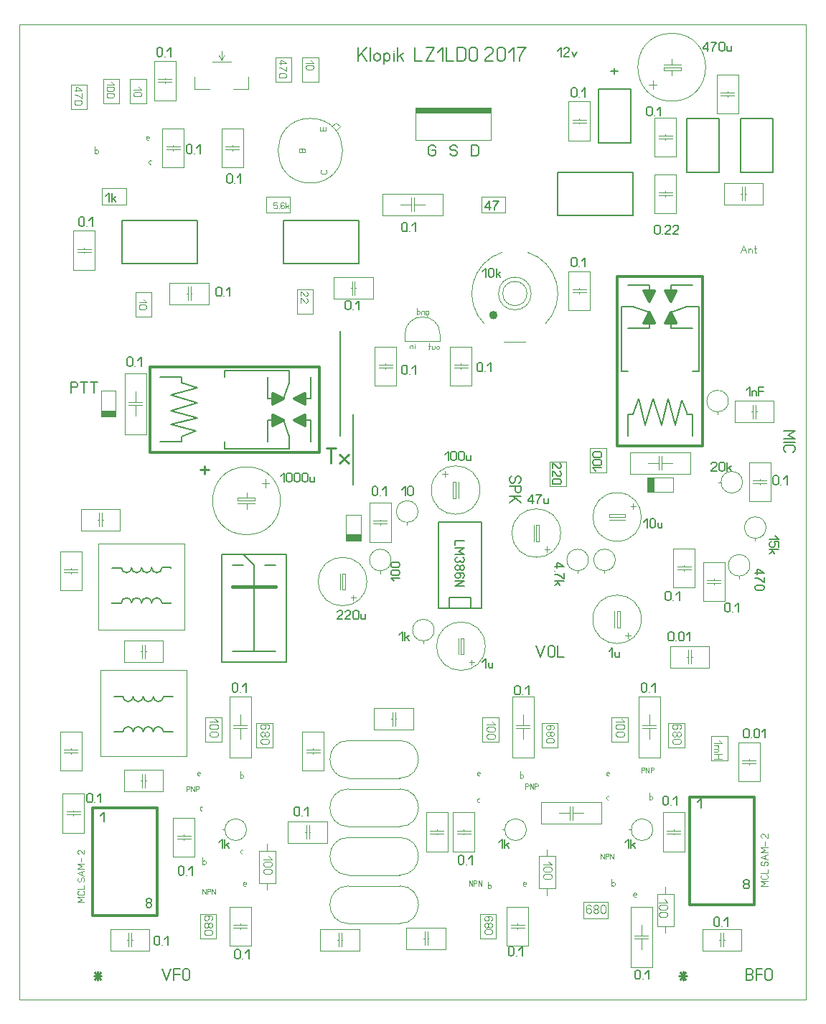
<source format=gbr>
%FSLAX34Y34*%
%MOMM*%
%LNCOPPER_BOTTOM*%
G71*
G01*
%ADD10C, 0.00*%
%ADD11C, 0.30*%
%ADD12C, 0.20*%
%ADD13C, 0.10*%
%ADD14C, 0.09*%
%ADD15C, 0.09*%
%ADD16C, 0.50*%
%ADD17C, 0.12*%
%ADD18C, 0.00*%
%ADD19C, 0.22*%
%ADD20C, 0.17*%
%ADD21C, 0.40*%
%ADD22C, 0.15*%
%ADD23C, 0.12*%
%ADD24C, 0.13*%
%ADD25C, 0.11*%
%ADD26C, 0.08*%
%LPD*%
G54D10*
X0Y1000000D02*
X928000Y1000000D01*
X928000Y-150000D01*
X0Y-150000D01*
X0Y1000000D01*
G54D11*
X790575Y88900D02*
X790575Y-38100D01*
X866775Y-38100D01*
X866775Y88900D01*
X790575Y88900D01*
G54D11*
X85725Y76200D02*
X85725Y-50800D01*
X161925Y-50800D01*
X161925Y76200D01*
X85725Y76200D01*
G54D11*
X353935Y495515D02*
X353835Y596115D01*
X153935Y596015D01*
X153935Y495515D01*
X353935Y495515D01*
G54D12*
X165335Y507615D02*
X190735Y507615D01*
X190735Y513915D01*
X190735Y513815D01*
X208235Y520215D01*
X208235Y520315D01*
X178035Y528215D01*
X209835Y536215D01*
X178035Y544115D01*
X209835Y553715D01*
X178035Y563115D01*
X209835Y571115D01*
X190735Y577515D01*
X190735Y583815D01*
X165335Y583815D01*
G54D12*
X343135Y507615D02*
X343135Y532915D01*
X324135Y532915D01*
G54D12*
X292335Y507615D02*
X292335Y532915D01*
X311335Y532915D01*
G54D12*
X343135Y583815D02*
X343135Y558415D01*
X324135Y558415D01*
G54D12*
X292335Y583815D02*
X292335Y558415D01*
X311335Y558415D01*
G36*
X324135Y533015D02*
X324035Y533015D01*
X336735Y526615D01*
X336735Y539315D01*
X324135Y532915D01*
X324135Y533015D01*
G37*
G54D11*
X324135Y533015D02*
X324035Y533015D01*
X336735Y526615D01*
X336735Y539315D01*
X324135Y532915D01*
X324135Y533015D01*
G36*
X324235Y558415D02*
X324135Y558415D01*
X336835Y552015D01*
X336835Y564715D01*
X324235Y558315D01*
X324235Y558415D01*
G37*
G54D11*
X324235Y558415D02*
X324135Y558415D01*
X336835Y552015D01*
X336835Y564715D01*
X324235Y558315D01*
X324235Y558415D01*
G36*
X311135Y533115D02*
X311235Y533115D01*
X298535Y539515D01*
X298535Y526815D01*
X311135Y533215D01*
X311135Y533115D01*
G37*
G54D11*
X311135Y533115D02*
X311235Y533115D01*
X298535Y539515D01*
X298535Y526815D01*
X311135Y533215D01*
X311135Y533115D01*
G36*
X311235Y558415D02*
X311335Y558415D01*
X298635Y564815D01*
X298635Y552115D01*
X311235Y558515D01*
X311235Y558415D01*
G37*
G54D11*
X311235Y558415D02*
X311335Y558415D01*
X298635Y564815D01*
X298635Y552115D01*
X311235Y558515D01*
X311235Y558415D01*
G54D12*
X311335Y533015D02*
X311435Y533015D01*
X317835Y514015D01*
X317735Y514015D01*
X317735Y499715D01*
X254235Y499715D01*
X241535Y499715D01*
X241535Y507615D01*
G54D12*
X311335Y558415D02*
X311335Y558415D01*
X317735Y577415D01*
X317735Y591715D01*
X241535Y591715D01*
X241535Y583815D01*
G54D11*
X805850Y702950D02*
X705250Y702850D01*
X705350Y502950D01*
X805850Y502950D01*
X805850Y702950D01*
G54D12*
X793750Y514350D02*
X793750Y539750D01*
X787450Y539750D01*
X787550Y539750D01*
X781150Y557250D01*
X781050Y557250D01*
X773150Y527050D01*
X765150Y558850D01*
X757250Y527050D01*
X747650Y558850D01*
X738250Y527050D01*
X730250Y558850D01*
X723850Y539750D01*
X717550Y539750D01*
X717550Y514350D01*
G54D12*
X793750Y692150D02*
X768450Y692150D01*
X768450Y673150D01*
G54D12*
X793750Y641350D02*
X768450Y641350D01*
X768450Y660350D01*
G54D12*
X717550Y692150D02*
X742950Y692150D01*
X742950Y673150D01*
G54D12*
X717550Y641350D02*
X742950Y641350D01*
X742950Y660350D01*
G36*
X768350Y673150D02*
X768350Y673050D01*
X774750Y685750D01*
X762050Y685750D01*
X768450Y673150D01*
X768350Y673150D01*
G37*
G54D11*
X768350Y673150D02*
X768350Y673050D01*
X774750Y685750D01*
X762050Y685750D01*
X768450Y673150D01*
X768350Y673150D01*
G36*
X742950Y673250D02*
X742950Y673150D01*
X749350Y685850D01*
X736650Y685850D01*
X743050Y673250D01*
X742950Y673250D01*
G37*
G54D11*
X742950Y673250D02*
X742950Y673150D01*
X749350Y685850D01*
X736650Y685850D01*
X743050Y673250D01*
X742950Y673250D01*
G36*
X768250Y660150D02*
X768250Y660250D01*
X761850Y647550D01*
X774550Y647550D01*
X768150Y660150D01*
X768250Y660150D01*
G37*
G54D11*
X768250Y660150D02*
X768250Y660250D01*
X761850Y647550D01*
X774550Y647550D01*
X768150Y660150D01*
X768250Y660150D01*
G36*
X742950Y660250D02*
X742950Y660350D01*
X736550Y647650D01*
X749250Y647650D01*
X742850Y660250D01*
X742950Y660250D01*
G37*
G54D11*
X742950Y660250D02*
X742950Y660350D01*
X736550Y647650D01*
X749250Y647650D01*
X742850Y660250D01*
X742950Y660250D01*
G54D12*
X768350Y660350D02*
X768350Y660450D01*
X787350Y666850D01*
X787350Y666750D01*
X801650Y666750D01*
X801650Y603250D01*
X801650Y590550D01*
X793750Y590550D01*
G54D12*
X742950Y660350D02*
X742950Y660350D01*
X723950Y666750D01*
X709650Y666750D01*
X709650Y590550D01*
X717550Y590550D01*
G54D13*
X454700Y634300D02*
X454700Y626300D01*
X495900Y626300D01*
X495900Y634300D01*
G54D13*
G75*
G01X496000Y634200D02*
G03X454600Y634200I-20700J0D01*
G01*
G54D14*
X465850Y617600D02*
X465850Y621600D01*
G54D14*
X465850Y622933D02*
X465850Y622933D01*
G54D14*
X463850Y617600D02*
X463850Y621600D01*
G54D14*
X463850Y620711D02*
X463317Y621333D01*
X462250Y621600D01*
X461183Y621333D01*
X460650Y620711D01*
X460650Y617600D01*
G54D14*
X491600Y617767D02*
X491600Y619544D01*
X492133Y620433D01*
X493200Y620700D01*
X494267Y620433D01*
X494800Y619544D01*
X494800Y617767D01*
X494267Y616878D01*
X493200Y616700D01*
X492133Y616878D01*
X491600Y617767D01*
G54D14*
X486400Y620700D02*
X486400Y616700D01*
G54D14*
X486400Y617589D02*
X486933Y616878D01*
X488000Y616700D01*
X489067Y616878D01*
X489600Y617589D01*
X489600Y620700D01*
G54D14*
X483333Y623811D02*
X483333Y617144D01*
X482800Y616700D01*
X482267Y616878D01*
G54D14*
X484400Y620700D02*
X482267Y620700D01*
G54D14*
X482450Y656767D02*
X481383Y656322D01*
X480637Y656322D01*
X479570Y656767D01*
X479250Y657656D01*
X479250Y662100D01*
G54D14*
X479250Y660944D02*
X479783Y661833D01*
X480850Y662100D01*
X481917Y661833D01*
X482450Y660944D01*
X482450Y659167D01*
X481917Y658278D01*
X480850Y658100D01*
X479783Y658278D01*
X479250Y659167D01*
G54D14*
X477250Y658100D02*
X477250Y662100D01*
G54D14*
X477250Y661211D02*
X476717Y661833D01*
X475650Y662100D01*
X474583Y661833D01*
X474050Y661211D01*
X474050Y658100D01*
G54D14*
X468850Y658100D02*
X468850Y665211D01*
G54D14*
X468850Y660944D02*
X469383Y661833D01*
X470450Y662100D01*
X471517Y661833D01*
X472050Y660944D01*
X472050Y659167D01*
X471517Y658278D01*
X470450Y658100D01*
X469383Y658278D01*
X468850Y659167D01*
G36*
X466675Y895375D02*
X555475Y895375D01*
X555475Y901775D01*
X466675Y901775D01*
X466675Y895375D01*
G37*
G54D13*
X466675Y895375D02*
X555475Y895375D01*
X555475Y901775D01*
X466675Y901775D01*
X466675Y895375D01*
G54D13*
X466675Y901775D02*
X466675Y863775D01*
X555675Y863775D01*
X555675Y901775D01*
X466675Y901775D01*
G54D15*
X484192Y852470D02*
X484192Y852470D01*
G54D15*
X509592Y852470D02*
X509592Y852470D01*
G54D15*
X534992Y852470D02*
X534992Y852470D01*
G54D14*
X361300Y878400D02*
X361300Y874700D01*
X354200Y874700D01*
X354200Y878400D01*
G54D14*
X357700Y874700D02*
X357700Y878400D01*
G54D14*
X336600Y849300D02*
X329500Y849300D01*
X329500Y852000D01*
X329900Y853000D01*
X330800Y853600D01*
X331700Y853600D01*
X332600Y853000D01*
X333000Y852000D01*
X333500Y853000D01*
X334400Y853600D01*
X335300Y853600D01*
X336200Y853000D01*
X336600Y852000D01*
X336600Y849300D01*
G54D14*
X333000Y849300D02*
X333000Y852000D01*
G54D14*
X360800Y828300D02*
X361700Y827700D01*
X362100Y826700D01*
X362100Y825600D01*
X361700Y824500D01*
X360800Y824000D01*
X356300Y824000D01*
X355400Y824500D01*
X355000Y825600D01*
X355000Y826700D01*
X355400Y827700D01*
X356300Y828300D01*
G54D13*
G75*
G01X342900Y889000D02*
G03X342900Y889000I0J-38100D01*
G01*
G54D13*
X373000Y874700D02*
X377800Y879500D01*
X373000Y884200D01*
X368300Y879500D01*
G54D13*
G75*
G01X569348Y731180D02*
G03X548279Y646679I14852J-48580D01*
G01*
G54D13*
G75*
G01X603500Y682600D02*
G03X603500Y682600I-19300J0D01*
G01*
G54D13*
G75*
G01X598500Y682500D02*
G03X598500Y682500I-14300J0D01*
G01*
G54D16*
G75*
G01X561300Y657100D02*
G03X561300Y657100I-2500J0D01*
G01*
G54D13*
G75*
G01X620121Y646679D02*
G03X599052Y731180I-35921J35921D01*
G01*
G54D13*
X571500Y625500D02*
X596900Y625500D01*
G54D12*
X723900Y774700D02*
X635000Y774700D01*
X635000Y825500D01*
X723900Y825500D01*
X723900Y774700D01*
G54D12*
X400050Y717550D02*
X311150Y717550D01*
X311150Y768350D01*
X400050Y768350D01*
X400050Y717550D01*
G54D12*
X209550Y717550D02*
X120650Y717550D01*
X120650Y768350D01*
X209550Y768350D01*
X209550Y717550D01*
G54D12*
X825500Y889000D02*
X825500Y825500D01*
X787400Y825500D01*
X787400Y889000D01*
X825500Y889000D01*
G54D12*
X720725Y923925D02*
X720725Y860425D01*
X682625Y860425D01*
X682625Y923925D01*
X720725Y923925D01*
G54D13*
X533400Y620000D02*
X508000Y620000D01*
X508000Y573800D01*
X533400Y573800D01*
X533400Y620000D01*
G54D13*
X528700Y598500D02*
X512700Y598500D01*
G54D13*
X528700Y595300D02*
X512700Y595300D01*
G54D13*
X520700Y598500D02*
X520700Y600100D01*
G54D13*
X520700Y595300D02*
X520700Y593700D01*
G54D13*
X444500Y620000D02*
X419100Y620000D01*
X419100Y573800D01*
X444500Y573800D01*
X444500Y620000D01*
G54D13*
X439800Y598500D02*
X423800Y598500D01*
G54D13*
X439800Y595300D02*
X423800Y595300D01*
G54D13*
X431800Y598500D02*
X431800Y600100D01*
G54D13*
X431800Y595300D02*
X431800Y593700D01*
G54D13*
X673100Y708900D02*
X647700Y708900D01*
X647700Y662700D01*
X673100Y662700D01*
X673100Y708900D01*
G54D13*
X668400Y687400D02*
X652400Y687400D01*
G54D13*
X668400Y684200D02*
X652400Y684200D01*
G54D13*
X660400Y687400D02*
X660400Y689000D01*
G54D13*
X660400Y684200D02*
X660400Y682600D01*
G54D13*
X149225Y588250D02*
X123825Y588250D01*
X123825Y516650D01*
X149225Y516650D01*
X149225Y588250D01*
G54D13*
X144525Y554050D02*
X128525Y554050D01*
G54D13*
X144525Y550850D02*
X128525Y550850D01*
G54D13*
X136525Y566750D02*
X136525Y554050D01*
G54D13*
X136525Y550850D02*
X136525Y538150D01*
G54D13*
X719850Y495300D02*
X719850Y469900D01*
X791450Y469900D01*
X791450Y495300D01*
X719850Y495300D01*
G54D13*
X754050Y490600D02*
X754050Y474600D01*
G54D13*
X757250Y490600D02*
X757250Y474600D01*
G54D13*
X741350Y482600D02*
X754050Y482600D01*
G54D13*
X757250Y482600D02*
X769950Y482600D01*
G54D13*
X96075Y537250D02*
X113475Y537250D01*
X113475Y567650D01*
X96075Y567650D01*
X96075Y537250D01*
G36*
X96175Y537350D02*
X112875Y537350D01*
X112875Y544550D01*
X96175Y544550D01*
X96175Y537350D01*
G37*
G54D13*
X96175Y537350D02*
X112875Y537350D01*
X112875Y544550D01*
X96175Y544550D01*
X96175Y537350D01*
G54D13*
X740450Y465900D02*
X740450Y448500D01*
X770850Y448500D01*
X770850Y465900D01*
X740450Y465900D01*
G36*
X740550Y465800D02*
X740550Y449100D01*
X747750Y449100D01*
X747750Y465800D01*
X740550Y465800D01*
G37*
G54D13*
X740550Y465800D02*
X740550Y449100D01*
X747750Y449100D01*
X747750Y465800D01*
X740550Y465800D01*
G54D13*
X352400Y960450D02*
X352400Y931850D01*
X333400Y931850D01*
X333400Y960450D01*
X352400Y960450D01*
G54D13*
X320650Y960450D02*
X320650Y931850D01*
X301650Y931850D01*
X301650Y960450D01*
X320650Y960450D01*
G54D13*
X319100Y777900D02*
X290500Y777900D01*
X290500Y796900D01*
X319100Y796900D01*
X319100Y777900D01*
G54D13*
X346050Y687400D02*
X346050Y658800D01*
X327050Y658800D01*
X327050Y687400D01*
X346050Y687400D01*
G54D13*
X155550Y684225D02*
X155550Y655625D01*
X136550Y655625D01*
X136550Y684225D01*
X155550Y684225D01*
G54D13*
X79350Y928700D02*
X79350Y900100D01*
X60350Y900100D01*
X60350Y928700D01*
X79350Y928700D01*
G54D13*
X117450Y935050D02*
X117450Y906450D01*
X98450Y906450D01*
X98450Y935050D01*
X117450Y935050D01*
G54D13*
X149200Y935050D02*
X149200Y906450D01*
X130200Y906450D01*
X130200Y935050D01*
X149200Y935050D01*
G54D13*
X184150Y956550D02*
X158750Y956550D01*
X158750Y910350D01*
X184150Y910350D01*
X184150Y956550D01*
G54D13*
X179450Y935050D02*
X163450Y935050D01*
G54D13*
X179450Y931850D02*
X163450Y931850D01*
G54D13*
X171450Y935050D02*
X171450Y936650D01*
G54D13*
X171450Y931850D02*
X171450Y930250D01*
G54D13*
X125425Y787425D02*
X96825Y787425D01*
X96825Y806425D01*
X125425Y806425D01*
X125425Y787425D01*
G54D13*
X269825Y938300D02*
X269825Y923900D01*
X252325Y923900D01*
G54D13*
X249225Y955700D02*
X227025Y955700D01*
G54D13*
X241325Y963600D02*
X238125Y957300D01*
X234925Y963600D01*
G54D13*
X238125Y957300D02*
X238125Y968400D01*
G54D13*
X206525Y938300D02*
X206525Y923900D01*
X224025Y923900D01*
G54D13*
X193675Y877175D02*
X168275Y877175D01*
X168275Y830975D01*
X193675Y830975D01*
X193675Y877175D01*
G54D13*
X188975Y855675D02*
X172975Y855675D01*
G54D13*
X188975Y852475D02*
X172975Y852475D01*
G54D13*
X180975Y855675D02*
X180975Y857275D01*
G54D13*
X180975Y852475D02*
X180975Y850875D01*
G54D13*
X263525Y877175D02*
X238125Y877175D01*
X238125Y830975D01*
X263525Y830975D01*
X263525Y877175D01*
G54D13*
X258825Y855675D02*
X242825Y855675D01*
G54D13*
X258825Y852475D02*
X242825Y852475D01*
G54D13*
X250825Y855675D02*
X250825Y857275D01*
G54D13*
X250825Y852475D02*
X250825Y850875D01*
G54D13*
X416800Y676275D02*
X416800Y701675D01*
X370600Y701675D01*
X370600Y676275D01*
X416800Y676275D01*
G54D13*
X395300Y680975D02*
X395300Y696975D01*
G54D13*
X392100Y680975D02*
X392100Y696975D01*
G54D13*
X395300Y688975D02*
X396900Y688975D01*
G54D13*
X392100Y688975D02*
X390500Y688975D01*
G54D13*
X223125Y669925D02*
X223125Y695325D01*
X176925Y695325D01*
X176925Y669925D01*
X223125Y669925D01*
G54D13*
X201625Y674625D02*
X201625Y690625D01*
G54D13*
X198425Y674625D02*
X198425Y690625D01*
G54D13*
X201625Y682625D02*
X203225Y682625D01*
G54D13*
X198425Y682625D02*
X196825Y682625D01*
G54D13*
X427750Y800100D02*
X427750Y774700D01*
X499350Y774700D01*
X499350Y800100D01*
X427750Y800100D01*
G54D13*
X461950Y795400D02*
X461950Y779400D01*
G54D13*
X465150Y795400D02*
X465150Y779400D01*
G54D13*
X449250Y787400D02*
X461950Y787400D01*
G54D13*
X465150Y787400D02*
X477850Y787400D01*
G54D13*
X573100Y777900D02*
X544500Y777900D01*
X544500Y796900D01*
X573100Y796900D01*
X573100Y777900D01*
G54D12*
X889000Y889000D02*
X889000Y825500D01*
X850900Y825500D01*
X850900Y889000D01*
X889000Y889000D01*
G54D13*
X847725Y940675D02*
X822325Y940675D01*
X822325Y894475D01*
X847725Y894475D01*
X847725Y940675D01*
G54D13*
X843025Y919175D02*
X827025Y919175D01*
G54D13*
X843025Y915975D02*
X827025Y915975D01*
G54D13*
X835025Y919175D02*
X835025Y920775D01*
G54D13*
X835025Y915975D02*
X835025Y914375D01*
G54D13*
X774700Y889875D02*
X749300Y889875D01*
X749300Y843675D01*
X774700Y843675D01*
X774700Y889875D01*
G54D13*
X770000Y868375D02*
X754000Y868375D01*
G54D13*
X770000Y865175D02*
X754000Y865175D01*
G54D13*
X762000Y868375D02*
X762000Y869975D01*
G54D13*
X762000Y865175D02*
X762000Y863575D01*
G54D13*
X774700Y823200D02*
X749300Y823200D01*
X749300Y777000D01*
X774700Y777000D01*
X774700Y823200D01*
G54D13*
X770000Y801700D02*
X754000Y801700D01*
G54D13*
X770000Y798500D02*
X754000Y798500D01*
G54D13*
X762000Y801700D02*
X762000Y803300D01*
G54D13*
X762000Y798500D02*
X762000Y796900D01*
G54D13*
X877175Y787400D02*
X877175Y812800D01*
X830975Y812800D01*
X830975Y787400D01*
X877175Y787400D01*
G54D13*
X855675Y792100D02*
X855675Y808100D01*
G54D13*
X852475Y792100D02*
X852475Y808100D01*
G54D13*
X855675Y800100D02*
X857275Y800100D01*
G54D13*
X852475Y800100D02*
X850875Y800100D01*
G54D13*
X673100Y908925D02*
X647700Y908925D01*
X647700Y862725D01*
X673100Y862725D01*
X673100Y908925D01*
G54D13*
X668400Y887425D02*
X652400Y887425D01*
G54D13*
X668400Y884225D02*
X652400Y884225D01*
G54D13*
X660400Y887425D02*
X660400Y889025D01*
G54D13*
X660400Y884225D02*
X660400Y882625D01*
G54D13*
X780000Y948825D02*
X780000Y945625D01*
X760000Y945625D01*
X760000Y948825D01*
X780000Y948825D01*
G54D13*
X780000Y952025D02*
X760000Y952025D01*
G54D13*
G75*
G01X769300Y909325D02*
G03X769300Y909325I0J40000D01*
G01*
G54D13*
X769300Y952325D02*
X769300Y959325D01*
G54D13*
X769300Y945325D02*
X769300Y939325D01*
G54D17*
X747100Y923325D02*
X747100Y934025D01*
G54D17*
X751500Y928625D02*
X742600Y928625D01*
G54D18*
X92468Y387952D02*
X194068Y387953D01*
X194068Y286352D01*
X92468Y286352D01*
X92468Y387952D01*
G54D12*
G75*
G01X167784Y317731D02*
G03X155784Y317773I-6000J42D01*
G01*
G54D12*
G75*
G01X155878Y317732D02*
G03X143878Y317773I-6000J41D01*
G01*
G54D12*
G75*
G01X143972Y317732D02*
G03X131972Y317773I-6000J41D01*
G01*
G54D12*
G75*
G01X132065Y317732D02*
G03X120065Y317773I-6000J41D01*
G01*
G54D12*
X167784Y317732D02*
X178312Y317732D01*
X178575Y317994D01*
G54D12*
X120066Y317773D02*
X108796Y317773D01*
X108574Y317994D01*
G54D12*
G75*
G01X155768Y359283D02*
G03X167768Y359325I6000J0D01*
G01*
G54D12*
G75*
G01X143862Y359283D02*
G03X155862Y359325I6000J0D01*
G01*
G54D12*
G75*
G01X131956Y359283D02*
G03X143955Y359325I6000J0D01*
G01*
G54D12*
G75*
G01X120050Y359283D02*
G03X132049Y359325I6000J0D01*
G01*
G54D12*
X167768Y359325D02*
X178296Y359325D01*
X178558Y359062D01*
G54D12*
X120050Y359283D02*
X108780Y359283D01*
X108559Y359062D01*
G54D18*
X197232Y137123D02*
X95632Y137122D01*
X95632Y238723D01*
X197232Y238722D01*
X197232Y137123D01*
G54D12*
G75*
G01X121916Y207343D02*
G03X133916Y207302I6000J-41D01*
G01*
G54D12*
G75*
G01X133822Y207343D02*
G03X145822Y207302I6000J-41D01*
G01*
G54D12*
G75*
G01X145728Y207343D02*
G03X157728Y207302I6000J-41D01*
G01*
G54D12*
G75*
G01X157635Y207343D02*
G03X169634Y207302I5999J-41D01*
G01*
G54D12*
X121916Y207343D02*
X111388Y207343D01*
X111125Y207080D01*
G54D12*
X169634Y207302D02*
X180904Y207302D01*
X181126Y207080D01*
G54D12*
G75*
G01X133932Y165792D02*
G03X121932Y165750I-6000J0D01*
G01*
G54D12*
G75*
G01X145838Y165792D02*
G03X133838Y165750I-6000J0D01*
G01*
G54D12*
G75*
G01X157744Y165792D02*
G03X145745Y165750I-6000J0D01*
G01*
G54D12*
G75*
G01X169650Y165792D02*
G03X157651Y165750I-6000J0D01*
G01*
G54D12*
X121932Y165750D02*
X111404Y165750D01*
X111142Y166013D01*
G54D12*
X169650Y165792D02*
X180920Y165792D01*
X181142Y166013D01*
G54D13*
X73025Y378700D02*
X47625Y378700D01*
X47625Y332500D01*
X73025Y332500D01*
X73025Y378700D01*
G54D13*
X68325Y357200D02*
X52325Y357200D01*
G54D13*
X68325Y354000D02*
X52325Y354000D01*
G54D13*
X60325Y357200D02*
X60325Y358800D01*
G54D13*
X60325Y354000D02*
X60325Y352400D01*
G54D13*
X73025Y165975D02*
X47625Y165975D01*
X47625Y119775D01*
X73025Y119775D01*
X73025Y165975D01*
G54D13*
X68325Y144475D02*
X52325Y144475D01*
G54D13*
X68325Y141275D02*
X52325Y141275D01*
G54D13*
X60325Y144475D02*
X60325Y146075D01*
G54D13*
X60325Y141275D02*
X60325Y139675D01*
G54D13*
X118350Y403225D02*
X118350Y428625D01*
X72150Y428625D01*
X72150Y403225D01*
X118350Y403225D01*
G54D13*
X96850Y407925D02*
X96850Y423925D01*
G54D13*
X93650Y407925D02*
X93650Y423925D01*
G54D13*
X96850Y415925D02*
X98450Y415925D01*
G54D13*
X93650Y415925D02*
X92050Y415925D01*
G54D13*
X169150Y95250D02*
X169150Y120650D01*
X122950Y120650D01*
X122950Y95250D01*
X169150Y95250D01*
G54D13*
X147650Y99950D02*
X147650Y115950D01*
G54D13*
X144450Y99950D02*
X144450Y115950D01*
G54D13*
X147650Y107950D02*
X149250Y107950D01*
G54D13*
X144450Y107950D02*
X142850Y107950D01*
G54D13*
X169150Y247650D02*
X169150Y273050D01*
X122950Y273050D01*
X122950Y247650D01*
X169150Y247650D01*
G54D13*
X147650Y252350D02*
X147650Y268350D01*
G54D13*
X144450Y252350D02*
X144450Y268350D01*
G54D13*
X147650Y260350D02*
X149250Y260350D01*
G54D13*
X144450Y260350D02*
X142850Y260350D01*
G54D13*
X448500Y54000D02*
X388200Y54000D01*
G54D13*
X448400Y98400D02*
X388100Y98400D01*
G54D13*
G75*
G01X448300Y54000D02*
G03X448300Y98400I0J22200D01*
G01*
G54D13*
G75*
G01X388200Y98400D02*
G03X388200Y54000I0J-22200D01*
G01*
G54D13*
X448500Y-3150D02*
X388200Y-3150D01*
G54D13*
X448400Y41250D02*
X388100Y41250D01*
G54D13*
G75*
G01X448300Y-3150D02*
G03X448300Y41250I0J22200D01*
G01*
G54D13*
G75*
G01X388200Y41250D02*
G03X388200Y-3150I0J-22200D01*
G01*
G54D13*
X448500Y-60300D02*
X388200Y-60300D01*
G54D13*
X448400Y-15900D02*
X388100Y-15900D01*
G54D13*
G75*
G01X448300Y-60300D02*
G03X448300Y-15900I0J22200D01*
G01*
G54D13*
G75*
G01X388200Y-15900D02*
G03X388200Y-60300I0J-22200D01*
G01*
G54D13*
X231750Y-49200D02*
X231750Y-77800D01*
X212750Y-77800D01*
X212750Y-49200D01*
X231750Y-49200D01*
G54D13*
X561950Y-49200D02*
X561950Y-77800D01*
X542950Y-77800D01*
X542950Y-49200D01*
X561950Y-49200D01*
G54D13*
X298425Y176225D02*
X298425Y147625D01*
X279425Y147625D01*
X279425Y176225D01*
X298425Y176225D01*
G54D13*
X238100Y182575D02*
X238100Y153975D01*
X219100Y153975D01*
X219100Y182575D01*
X238100Y182575D01*
G54D13*
X242153Y50324D02*
X239053Y50324D01*
G54D13*
G75*
G01X242153Y50324D02*
G03X242153Y50324I12700J0D01*
G01*
G54D13*
X572353Y50324D02*
X569253Y50324D01*
G54D13*
G75*
G01X572353Y50324D02*
G03X572353Y50324I12700J0D01*
G01*
G54D13*
X565125Y182575D02*
X565125Y153975D01*
X546125Y153975D01*
X546125Y182575D01*
X565125Y182575D01*
G54D13*
X634975Y176225D02*
X634975Y147625D01*
X615975Y147625D01*
X615975Y176225D01*
X634975Y176225D01*
G54D13*
X206375Y64375D02*
X180975Y64375D01*
X180975Y18175D01*
X206375Y18175D01*
X206375Y64375D01*
G54D13*
X201675Y42875D02*
X185675Y42875D01*
G54D13*
X201675Y39675D02*
X185675Y39675D01*
G54D13*
X193675Y42875D02*
X193675Y44475D01*
G54D13*
X193675Y39675D02*
X193675Y38075D01*
G54D13*
X273050Y-40400D02*
X247650Y-40400D01*
X247650Y-86600D01*
X273050Y-86600D01*
X273050Y-40400D01*
G54D13*
X268350Y-61900D02*
X252350Y-61900D01*
G54D13*
X268350Y-65100D02*
X252350Y-65100D01*
G54D13*
X260350Y-61900D02*
X260350Y-60300D01*
G54D13*
X260350Y-65100D02*
X260350Y-66700D01*
G54D13*
X721578Y50324D02*
X718478Y50324D01*
G54D13*
G75*
G01X721578Y50324D02*
G03X721578Y50324I12700J0D01*
G01*
G54D13*
X717525Y182575D02*
X717525Y153975D01*
X698525Y153975D01*
X698525Y182575D01*
X717525Y182575D01*
G54D13*
X784200Y176225D02*
X784200Y147625D01*
X765200Y147625D01*
X765200Y176225D01*
X784200Y176225D01*
G54D13*
X600075Y-40400D02*
X574675Y-40400D01*
X574675Y-86600D01*
X600075Y-86600D01*
X600075Y-40400D01*
G54D13*
X595375Y-61900D02*
X579375Y-61900D01*
G54D13*
X595375Y-65100D02*
X579375Y-65100D01*
G54D13*
X587375Y-61900D02*
X587375Y-60300D01*
G54D13*
X587375Y-65100D02*
X587375Y-66700D01*
G54D13*
X273050Y207250D02*
X247650Y207250D01*
X247650Y135650D01*
X273050Y135650D01*
X273050Y207250D01*
G54D13*
X268350Y173050D02*
X252350Y173050D01*
G54D13*
X268350Y169850D02*
X252350Y169850D01*
G54D13*
X260350Y185750D02*
X260350Y173050D01*
G54D13*
X260350Y169850D02*
X260350Y157150D01*
G54D13*
X606425Y207250D02*
X581025Y207250D01*
X581025Y135650D01*
X606425Y135650D01*
X606425Y207250D01*
G54D13*
X601725Y173050D02*
X585725Y173050D01*
G54D13*
X601725Y169850D02*
X585725Y169850D01*
G54D13*
X593725Y185750D02*
X593725Y173050D01*
G54D13*
X593725Y169850D02*
X593725Y157150D01*
G54D13*
X755650Y207250D02*
X730250Y207250D01*
X730250Y135650D01*
X755650Y135650D01*
X755650Y207250D01*
G54D13*
X750950Y173050D02*
X734950Y173050D01*
G54D13*
X750950Y169850D02*
X734950Y169850D01*
G54D13*
X742950Y185750D02*
X742950Y173050D01*
G54D13*
X742950Y169850D02*
X742950Y157150D01*
G54D13*
X686675Y57150D02*
X686675Y82550D01*
X615075Y82550D01*
X615075Y57150D01*
X686675Y57150D01*
G54D13*
X652475Y61850D02*
X652475Y77850D01*
G54D13*
X649275Y61850D02*
X649275Y77850D01*
G54D13*
X665175Y69850D02*
X652475Y69850D01*
G54D13*
X649275Y69850D02*
X636575Y69850D01*
G54D13*
X88900Y756525D02*
X63500Y756525D01*
X63500Y710325D01*
X88900Y710325D01*
X88900Y756525D01*
G54D13*
X84200Y735025D02*
X68200Y735025D01*
G54D13*
X84200Y731825D02*
X68200Y731825D01*
G54D13*
X76200Y735025D02*
X76200Y736625D01*
G54D13*
X76200Y731825D02*
X76200Y730225D01*
G54D12*
X377825Y638175D02*
X377825Y514350D01*
G54D19*
X367283Y482600D02*
X367283Y500378D01*
G54D19*
X361950Y500378D02*
X372617Y500378D01*
G54D19*
X377506Y492600D02*
X388173Y482600D01*
G54D19*
X377506Y482600D02*
X388173Y492600D01*
G54D19*
X212725Y474503D02*
X223392Y474503D01*
G54D19*
X218058Y478947D02*
X218058Y470058D01*
G54D20*
X60325Y565150D02*
X60325Y578483D01*
X65325Y578483D01*
X67325Y577650D01*
X68325Y575983D01*
X68325Y574317D01*
X67325Y572650D01*
X65325Y571817D01*
X60325Y571817D01*
G54D20*
X75992Y565150D02*
X75992Y578483D01*
G54D20*
X71992Y578483D02*
X79992Y578483D01*
G54D20*
X87659Y565150D02*
X87659Y578483D01*
G54D20*
X83659Y578483D02*
X91659Y578483D01*
G54D12*
X250825Y336550D02*
X263525Y336550D01*
G54D12*
X250825Y260350D02*
X301625Y260350D01*
G54D21*
X250825Y336550D02*
X301625Y336550D01*
G54D12*
X276225Y260350D02*
X276225Y349250D01*
G54D12*
X250825Y361950D02*
X263525Y361950D01*
G54D12*
X301625Y361950D02*
X288925Y361950D01*
G54D12*
X276225Y349250D02*
X276225Y361950D01*
X263525Y374650D01*
G54D12*
X238125Y247650D02*
X238125Y374650D01*
X314325Y374650D01*
X314325Y247650D01*
X238125Y247650D01*
G54D13*
X358775Y165975D02*
X333375Y165975D01*
X333375Y119775D01*
X358775Y119775D01*
X358775Y165975D01*
G54D13*
X354075Y144475D02*
X338075Y144475D01*
G54D13*
X354075Y141275D02*
X338075Y141275D01*
G54D13*
X346075Y144475D02*
X346075Y146075D01*
G54D13*
X346075Y141275D02*
X346075Y139675D01*
G54D13*
X504825Y70725D02*
X479425Y70725D01*
X479425Y24525D01*
X504825Y24525D01*
X504825Y70725D01*
G54D13*
X500125Y49225D02*
X484125Y49225D01*
G54D13*
X500125Y46025D02*
X484125Y46025D01*
G54D13*
X492125Y49225D02*
X492125Y50825D01*
G54D13*
X492125Y46025D02*
X492125Y44425D01*
G54D13*
X502525Y-90488D02*
X502525Y-65088D01*
X456325Y-65088D01*
X456325Y-90488D01*
X502525Y-90488D01*
G54D13*
X481025Y-85788D02*
X481025Y-69788D01*
G54D13*
X477825Y-85788D02*
X477825Y-69788D01*
G54D13*
X481025Y-77788D02*
X482625Y-77788D01*
G54D13*
X477825Y-77788D02*
X476225Y-77788D01*
G54D22*
X494025Y311696D02*
X544825Y311696D01*
X544825Y413296D01*
X494025Y413296D01*
X494025Y311696D01*
G54D22*
X506725Y311696D02*
X532125Y311696D01*
X532125Y324396D01*
X506725Y324396D01*
X506725Y311696D01*
G54D13*
X256950Y438650D02*
X256950Y441850D01*
X276950Y441850D01*
X276950Y438650D01*
X256950Y438650D01*
G54D13*
X256950Y435450D02*
X276950Y435450D01*
G54D13*
G75*
G01X267650Y478150D02*
G03X267650Y478150I0J-40000D01*
G01*
G54D13*
X267650Y435150D02*
X267650Y428150D01*
G54D13*
X267650Y442150D02*
X267650Y448150D01*
G54D17*
X289850Y464150D02*
X289850Y453450D01*
G54D17*
X285450Y458850D02*
X294350Y458850D01*
G54D13*
X282600Y25350D02*
X301600Y25350D01*
X301600Y-12650D01*
X282600Y-12650D01*
X282600Y25350D01*
G54D13*
X292100Y25450D02*
X292100Y33350D01*
G54D13*
X292100Y-12650D02*
X292100Y-20550D01*
G54D13*
X612800Y19000D02*
X631800Y19000D01*
X631800Y-19000D01*
X612800Y-19000D01*
X612800Y19000D01*
G54D13*
X622300Y19100D02*
X622300Y27000D01*
G54D13*
X622300Y-19000D02*
X622300Y-26900D01*
G54D13*
X693750Y-53950D02*
X665150Y-53950D01*
X665150Y-34950D01*
X693750Y-34950D01*
X693750Y-53950D01*
G54D13*
X752500Y-25450D02*
X771500Y-25450D01*
X771500Y-63450D01*
X752500Y-63450D01*
X752500Y-25450D01*
G54D13*
X762000Y-25350D02*
X762000Y-17450D01*
G54D13*
X762000Y-63450D02*
X762000Y-71350D01*
G54D13*
X746125Y-40400D02*
X720725Y-40400D01*
X720725Y-112000D01*
X746125Y-112000D01*
X746125Y-40400D01*
G54D13*
X741425Y-74600D02*
X725425Y-74600D01*
G54D13*
X741425Y-77800D02*
X725425Y-77800D01*
G54D13*
X733425Y-61900D02*
X733425Y-74600D01*
G54D13*
X733425Y-77800D02*
X733425Y-90500D01*
G54D13*
X520700Y276200D02*
X523900Y276200D01*
X523900Y257200D01*
X520700Y257200D01*
X520700Y276200D01*
G54D13*
G75*
G01X549300Y266700D02*
G03X549300Y266700I-28600J0D01*
G01*
G54D13*
X533400Y250800D02*
X533400Y244500D01*
G54D13*
X530200Y247600D02*
X536600Y247600D01*
G54D13*
X517500Y276200D02*
X517500Y257200D01*
G54D13*
X476250Y273050D02*
X476250Y269950D01*
G54D13*
G75*
G01X476250Y273050D02*
G03X476250Y273050I0J12700D01*
G01*
G54D13*
X425450Y355600D02*
X425450Y352500D01*
G54D13*
G75*
G01X425450Y355600D02*
G03X425450Y355600I0J12700D01*
G01*
G54D13*
X385000Y391200D02*
X402400Y391200D01*
X402400Y421600D01*
X385000Y421600D01*
X385000Y391200D01*
G36*
X385100Y391300D02*
X401800Y391300D01*
X401800Y398500D01*
X385100Y398500D01*
X385100Y391300D01*
G37*
G54D13*
X385100Y391300D02*
X401800Y391300D01*
X401800Y398500D01*
X385100Y398500D01*
X385100Y391300D01*
G54D13*
X381000Y352400D02*
X384200Y352400D01*
X384200Y333400D01*
X381000Y333400D01*
X381000Y352400D01*
G54D13*
G75*
G01X409600Y342900D02*
G03X409600Y342900I-28600J0D01*
G01*
G54D13*
X393700Y327000D02*
X393700Y320700D01*
G54D13*
X390500Y323800D02*
X396900Y323800D01*
G54D13*
X377800Y352400D02*
X377800Y333400D01*
G54D13*
X457200Y412750D02*
X457200Y409650D01*
G54D13*
G75*
G01X457200Y412750D02*
G03X457200Y412750I0J12700D01*
G01*
G54D13*
X438150Y435850D02*
X412750Y435850D01*
X412750Y389650D01*
X438150Y389650D01*
X438150Y435850D01*
G54D13*
X433450Y414350D02*
X417450Y414350D01*
G54D13*
X433450Y411150D02*
X417450Y411150D01*
G54D13*
X425450Y414350D02*
X425450Y415950D01*
G54D13*
X425450Y411150D02*
X425450Y409550D01*
G54D13*
X514350Y441350D02*
X511150Y441350D01*
X511150Y460350D01*
X514350Y460350D01*
X514350Y441350D01*
G54D13*
G75*
G01X485750Y450850D02*
G03X485750Y450850I28600J0D01*
G01*
G54D13*
X501650Y466750D02*
X501650Y473050D01*
G54D13*
X504850Y469950D02*
X498450Y469950D01*
G54D13*
X517550Y441350D02*
X517550Y460350D01*
G54D12*
X393700Y539750D02*
X393700Y457200D01*
G54D13*
X690050Y355712D02*
X690050Y352611D01*
G54D13*
G75*
G01X690050Y355712D02*
G03X690050Y355712I0J12700D01*
G01*
G54D13*
X704850Y307950D02*
X708050Y307950D01*
X708050Y288950D01*
X704850Y288950D01*
X704850Y307950D01*
G54D13*
G75*
G01X733450Y298450D02*
G03X733450Y298450I-28600J0D01*
G01*
G54D13*
X717550Y282550D02*
X717550Y276250D01*
G54D13*
X714350Y279350D02*
X720750Y279350D01*
G54D13*
X701650Y307950D02*
X701650Y288950D01*
G54D13*
X658300Y355712D02*
X658300Y352611D01*
G54D13*
G75*
G01X658300Y355712D02*
G03X658300Y355712I0J12700D01*
G01*
G54D13*
X609600Y409550D02*
X612800Y409550D01*
X612800Y390550D01*
X609600Y390550D01*
X609600Y409550D01*
G54D13*
G75*
G01X638200Y400050D02*
G03X638200Y400050I-28600J0D01*
G01*
G54D13*
X622300Y384150D02*
X622300Y377850D01*
G54D13*
X619100Y380950D02*
X625500Y380950D01*
G54D13*
X606400Y409550D02*
X606400Y390550D01*
G54D13*
X625500Y455600D02*
X625500Y484200D01*
X644500Y484200D01*
X644500Y455600D01*
X625500Y455600D01*
G54D13*
X771364Y335836D02*
X796764Y335836D01*
X796764Y382036D01*
X771364Y382036D01*
X771364Y335836D01*
G54D13*
X776064Y357336D02*
X792064Y357336D01*
G54D13*
X776064Y360536D02*
X792064Y360536D01*
G54D13*
X784064Y357336D02*
X784064Y355736D01*
G54D13*
X784064Y360536D02*
X784064Y362136D01*
G54D13*
X806450Y319800D02*
X831850Y319800D01*
X831850Y366000D01*
X806450Y366000D01*
X806450Y319800D01*
G54D13*
X811150Y341300D02*
X827150Y341300D01*
G54D13*
X811150Y344500D02*
X827150Y344500D01*
G54D13*
X819150Y341300D02*
X819150Y339700D01*
G54D13*
X819150Y344500D02*
X819150Y346100D01*
G54D13*
X448500Y111150D02*
X388200Y111150D01*
G54D13*
X448400Y155550D02*
X388100Y155550D01*
G54D13*
G75*
G01X448300Y111150D02*
G03X448300Y155550I0J22200D01*
G01*
G54D13*
G75*
G01X388200Y155550D02*
G03X388200Y111150I0J-22200D01*
G01*
G54D13*
X784225Y70725D02*
X758825Y70725D01*
X758825Y24525D01*
X784225Y24525D01*
X784225Y70725D01*
G54D13*
X779525Y49225D02*
X763525Y49225D01*
G54D13*
X779525Y46025D02*
X763525Y46025D01*
G54D13*
X771525Y49225D02*
X771525Y50825D01*
G54D13*
X771525Y46025D02*
X771525Y44425D01*
G54D13*
X153275Y-92075D02*
X153275Y-66675D01*
X107075Y-66675D01*
X107075Y-92075D01*
X153275Y-92075D01*
G54D13*
X131775Y-87375D02*
X131775Y-71375D01*
G54D13*
X128575Y-87375D02*
X128575Y-71375D01*
G54D13*
X131775Y-79375D02*
X133375Y-79375D01*
G54D13*
X128575Y-79375D02*
X126975Y-79375D01*
G54D13*
X851775Y-92075D02*
X851775Y-66675D01*
X805575Y-66675D01*
X805575Y-92075D01*
X851775Y-92075D01*
G54D13*
X830275Y-87375D02*
X830275Y-71375D01*
G54D13*
X827075Y-87375D02*
X827075Y-71375D01*
G54D13*
X830275Y-79375D02*
X831875Y-79375D01*
G54D13*
X827075Y-79375D02*
X825475Y-79375D01*
G54D13*
X873125Y153275D02*
X847725Y153275D01*
X847725Y107075D01*
X873125Y107075D01*
X873125Y153275D01*
G54D13*
X868425Y131775D02*
X852425Y131775D01*
G54D13*
X868425Y128575D02*
X852425Y128575D01*
G54D13*
X860425Y131775D02*
X860425Y133375D01*
G54D13*
X860425Y128575D02*
X860425Y126975D01*
G54D13*
X813675Y241300D02*
X813675Y266700D01*
X767475Y266700D01*
X767475Y241300D01*
X813675Y241300D01*
G54D13*
X792175Y246000D02*
X792175Y262000D01*
G54D13*
X788975Y246000D02*
X788975Y262000D01*
G54D13*
X792175Y254000D02*
X793775Y254000D01*
G54D13*
X788975Y254000D02*
X787375Y254000D01*
G54D13*
X816000Y131750D02*
X816000Y160350D01*
X835000Y160350D01*
X835000Y131750D01*
X816000Y131750D01*
G54D23*
X825285Y155774D02*
X828952Y152107D01*
X819174Y152107D01*
G54D23*
X819174Y149418D02*
X824674Y149418D01*
G54D23*
X823696Y149418D02*
X824674Y147951D01*
X824308Y146485D01*
X823452Y145751D01*
X819174Y145751D01*
G54D23*
X823696Y145751D02*
X824674Y144285D01*
X824308Y142818D01*
X823452Y142085D01*
X819174Y142085D01*
G54D23*
X819174Y139396D02*
X828952Y139396D01*
G54D23*
X819174Y133529D02*
X828952Y133529D01*
G54D23*
X824063Y139396D02*
X824063Y133529D01*
G54D20*
X857250Y-127000D02*
X857250Y-113667D01*
X862250Y-113667D01*
X864250Y-114500D01*
X865250Y-116167D01*
X865250Y-117833D01*
X864250Y-119500D01*
X862250Y-120333D01*
X864250Y-121167D01*
X865250Y-122833D01*
X865250Y-124500D01*
X864250Y-126167D01*
X862250Y-127000D01*
X857250Y-127000D01*
G54D20*
X857250Y-120333D02*
X862250Y-120333D01*
G54D20*
X868917Y-127000D02*
X868917Y-113667D01*
X875917Y-113667D01*
G54D20*
X868917Y-120333D02*
X875917Y-120333D01*
G54D20*
X887584Y-116167D02*
X887584Y-124500D01*
X886584Y-126167D01*
X884584Y-127000D01*
X882584Y-127000D01*
X880584Y-126167D01*
X879584Y-124500D01*
X879584Y-116167D01*
X880584Y-114500D01*
X882584Y-113667D01*
X884584Y-113667D01*
X886584Y-114500D01*
X887584Y-116167D01*
G54D20*
X168275Y-113667D02*
X173275Y-127000D01*
X178275Y-113667D01*
G54D20*
X181942Y-127000D02*
X181942Y-113667D01*
X188942Y-113667D01*
G54D20*
X181942Y-120333D02*
X188942Y-120333D01*
G54D20*
X200609Y-116167D02*
X200609Y-124500D01*
X199609Y-126167D01*
X197609Y-127000D01*
X195609Y-127000D01*
X193609Y-126167D01*
X192609Y-124500D01*
X192609Y-116167D01*
X193609Y-114500D01*
X195609Y-113667D01*
X197609Y-113667D01*
X199609Y-114500D01*
X200609Y-116167D01*
G54D20*
X609600Y267333D02*
X614600Y254000D01*
X619600Y267333D01*
G54D20*
X631267Y264833D02*
X631267Y256500D01*
X630267Y254833D01*
X628267Y254000D01*
X626267Y254000D01*
X624267Y254833D01*
X623267Y256500D01*
X623267Y264833D01*
X624267Y266500D01*
X626267Y267333D01*
X628267Y267333D01*
X630267Y266500D01*
X631267Y264833D01*
G54D20*
X634934Y267333D02*
X634934Y254000D01*
X641934Y254000D01*
G54D20*
X580446Y467070D02*
X578779Y466070D01*
X577946Y464070D01*
X577946Y462070D01*
X578779Y460070D01*
X580446Y459070D01*
X582112Y459070D01*
X583779Y460070D01*
X584612Y462070D01*
X584612Y464070D01*
X585446Y466070D01*
X587113Y467070D01*
X588779Y467070D01*
X590446Y466070D01*
X591279Y464070D01*
X591279Y462070D01*
X590446Y460070D01*
X588779Y459070D01*
G54D20*
X577946Y455403D02*
X591279Y455403D01*
X591279Y450403D01*
X590446Y448403D01*
X588779Y447403D01*
X587113Y447403D01*
X585446Y448403D01*
X584612Y450403D01*
X584612Y455403D01*
G54D20*
X577946Y443736D02*
X591279Y443736D01*
G54D20*
X582113Y443736D02*
X591279Y435736D01*
G54D20*
X584612Y440736D02*
X577946Y435736D01*
G54D20*
X486600Y851217D02*
X490600Y851217D01*
X490600Y847050D01*
X489600Y845383D01*
X487600Y844550D01*
X485600Y844550D01*
X483600Y845383D01*
X482600Y847050D01*
X482600Y855383D01*
X483600Y857050D01*
X485600Y857883D01*
X487600Y857883D01*
X489600Y857050D01*
X490600Y855383D01*
G54D20*
X508000Y847050D02*
X509000Y845383D01*
X511000Y844550D01*
X513000Y844550D01*
X515000Y845383D01*
X516000Y847050D01*
X516000Y848717D01*
X515000Y850383D01*
X513000Y851217D01*
X511000Y851217D01*
X509000Y852050D01*
X508000Y853717D01*
X508000Y855383D01*
X509000Y857050D01*
X511000Y857883D01*
X513000Y857883D01*
X515000Y857050D01*
X516000Y855383D01*
G54D20*
X533400Y844550D02*
X533400Y857883D01*
X538400Y857883D01*
X540400Y857050D01*
X541400Y855383D01*
X541400Y847050D01*
X540400Y845383D01*
X538400Y844550D01*
X533400Y844550D01*
G54D20*
X697675Y944408D02*
X705675Y944408D01*
G54D20*
X701675Y947742D02*
X701675Y941075D01*
G54D13*
X536575Y70725D02*
X511175Y70725D01*
X511175Y24525D01*
X536575Y24525D01*
X536575Y70725D01*
G54D13*
X531875Y49225D02*
X515875Y49225D01*
G54D13*
X531875Y46025D02*
X515875Y46025D01*
G54D13*
X523875Y49225D02*
X523875Y50825D01*
G54D13*
X523875Y46025D02*
X523875Y44425D01*
G54D13*
X362825Y34925D02*
X362825Y60325D01*
X316625Y60325D01*
X316625Y34925D01*
X362825Y34925D01*
G54D13*
X341325Y39625D02*
X341325Y55625D01*
G54D13*
X338125Y39625D02*
X338125Y55625D01*
G54D13*
X341325Y47625D02*
X342925Y47625D01*
G54D13*
X338125Y47625D02*
X336525Y47625D01*
G54D13*
X695350Y419100D02*
X695350Y422300D01*
X714350Y422300D01*
X714350Y419100D01*
X695350Y419100D01*
G54D13*
G75*
G01X704850Y447700D02*
G03X704850Y447700I0J-28600D01*
G01*
G54D13*
X720750Y431800D02*
X727050Y431800D01*
G54D13*
X723950Y428600D02*
X723950Y435000D01*
G54D13*
X695350Y415900D02*
X714350Y415900D01*
G54D13*
X827427Y460011D02*
X824327Y460011D01*
G54D13*
G75*
G01X827427Y460011D02*
G03X827427Y460011I12700J0D01*
G01*
G54D13*
X848800Y349362D02*
X848800Y346261D01*
G54D13*
G75*
G01X848800Y349362D02*
G03X848800Y349362I0J12700D01*
G01*
G54D13*
X885825Y483475D02*
X860425Y483475D01*
X860425Y437275D01*
X885825Y437275D01*
X885825Y483475D01*
G54D13*
X881125Y461975D02*
X865125Y461975D01*
G54D13*
X881125Y458775D02*
X865125Y458775D01*
G54D13*
X873125Y461975D02*
X873125Y463575D01*
G54D13*
X873125Y458775D02*
X873125Y457175D01*
G54D13*
X889714Y530386D02*
X889714Y555786D01*
X843514Y555786D01*
X843514Y530386D01*
X889714Y530386D01*
G54D13*
X868214Y535086D02*
X868214Y551086D01*
G54D13*
X865014Y535086D02*
X865014Y551086D01*
G54D13*
X868214Y543086D02*
X869814Y543086D01*
G54D13*
X865014Y543086D02*
X863414Y543086D01*
G54D20*
X901298Y520931D02*
X914631Y520931D01*
X906298Y515931D01*
X914631Y510931D01*
X901298Y510931D01*
G54D20*
X901298Y507264D02*
X914631Y507264D01*
G54D20*
X903798Y495597D02*
X902131Y496597D01*
X901298Y498597D01*
X901298Y500597D01*
X902131Y502597D01*
X903798Y503597D01*
X912131Y503597D01*
X913798Y502597D01*
X914631Y500597D01*
X914631Y498597D01*
X913798Y496597D01*
X912131Y495597D01*
G54D13*
X823400Y543036D02*
X823400Y539936D01*
G54D13*
G75*
G01X823400Y543037D02*
G03X823400Y543037I0J12700D01*
G01*
G54D13*
X867850Y393812D02*
X867850Y390712D01*
G54D13*
G75*
G01X867850Y393812D02*
G03X867850Y393812I0J12700D01*
G01*
G54D13*
X50800Y46750D02*
X76200Y46750D01*
X76200Y92950D01*
X50800Y92950D01*
X50800Y46750D01*
G54D13*
X55500Y68250D02*
X71500Y68250D01*
G54D13*
X55500Y71450D02*
X71500Y71450D01*
G54D13*
X63500Y68250D02*
X63500Y66650D01*
G54D13*
X63500Y71450D02*
X63500Y73050D01*
G54D24*
X857250Y568642D02*
X861250Y572642D01*
X861250Y561975D01*
G54D24*
X864183Y561975D02*
X864183Y567975D01*
G54D24*
X864183Y566642D02*
X864983Y567575D01*
X866583Y567975D01*
X868183Y567575D01*
X868983Y566642D01*
X868983Y561975D01*
G54D24*
X871916Y561975D02*
X871916Y572642D01*
X877516Y572642D01*
G54D24*
X871916Y567308D02*
X877516Y567308D01*
G54D24*
X895400Y465867D02*
X895400Y459200D01*
X894600Y457867D01*
X893000Y457200D01*
X891400Y457200D01*
X889800Y457867D01*
X889000Y459200D01*
X889000Y465867D01*
X889800Y467200D01*
X891400Y467867D01*
X893000Y467867D01*
X894600Y467200D01*
X895400Y465867D01*
G54D24*
X898333Y457200D02*
X898333Y457200D01*
G54D24*
X901266Y463867D02*
X905266Y467867D01*
X905266Y457200D01*
G54D24*
X447675Y279717D02*
X451675Y283717D01*
X451675Y273050D01*
G54D24*
X454608Y273050D02*
X454608Y283717D01*
G54D24*
X457008Y277050D02*
X459408Y273050D01*
G54D24*
X454608Y275717D02*
X459408Y279050D01*
G54D24*
X565150Y35242D02*
X569150Y39242D01*
X569150Y28575D01*
G54D24*
X572083Y28575D02*
X572083Y39242D01*
G54D24*
X574483Y32575D02*
X576883Y28575D01*
G54D24*
X572083Y31242D02*
X576883Y34575D01*
G54D24*
X234950Y35242D02*
X238950Y39242D01*
X238950Y28575D01*
G54D24*
X241883Y28575D02*
X241883Y39242D01*
G54D24*
X244283Y32575D02*
X246683Y28575D01*
G54D24*
X241883Y31242D02*
X246683Y34575D01*
G54D23*
X225752Y-56614D02*
X226975Y-55881D01*
X227586Y-54414D01*
X227586Y-52948D01*
X226975Y-51481D01*
X225752Y-50748D01*
X222697Y-50748D01*
X222086Y-50748D01*
X223308Y-52948D01*
X223308Y-54414D01*
X222697Y-55881D01*
X221475Y-56614D01*
X219641Y-56614D01*
X218419Y-55881D01*
X217808Y-54414D01*
X217808Y-52948D01*
X218419Y-51481D01*
X219641Y-50748D01*
X222697Y-50748D01*
G54D23*
X222697Y-62970D02*
X222697Y-61504D01*
X223308Y-60037D01*
X224530Y-59304D01*
X225752Y-59304D01*
X226975Y-60037D01*
X227586Y-61504D01*
X227586Y-62970D01*
X226975Y-64437D01*
X225752Y-65170D01*
X224530Y-65170D01*
X223308Y-64437D01*
X222697Y-62970D01*
X222086Y-64437D01*
X220863Y-65170D01*
X219641Y-65170D01*
X218419Y-64437D01*
X217808Y-62970D01*
X217808Y-61504D01*
X218419Y-60037D01*
X219641Y-59304D01*
X220863Y-59304D01*
X222086Y-60037D01*
X222697Y-61504D01*
G54D23*
X225752Y-73726D02*
X219641Y-73726D01*
X218419Y-72993D01*
X217808Y-71526D01*
X217808Y-70060D01*
X218419Y-68593D01*
X219641Y-67860D01*
X225752Y-67860D01*
X226975Y-68593D01*
X227586Y-70060D01*
X227586Y-71526D01*
X226975Y-72993D01*
X225752Y-73726D01*
G54D25*
X555675Y-57127D02*
X556786Y-56460D01*
X557341Y-55127D01*
X557341Y-53793D01*
X556786Y-52460D01*
X555675Y-51793D01*
X552897Y-51793D01*
X552341Y-51793D01*
X553452Y-53793D01*
X553452Y-55127D01*
X552897Y-56460D01*
X551786Y-57127D01*
X550119Y-57127D01*
X549008Y-56460D01*
X548452Y-55127D01*
X548452Y-53793D01*
X549008Y-52460D01*
X550119Y-51793D01*
X552897Y-51793D01*
G54D25*
X552897Y-62904D02*
X552897Y-61570D01*
X553452Y-60237D01*
X554564Y-59570D01*
X555675Y-59570D01*
X556786Y-60237D01*
X557341Y-61570D01*
X557341Y-62904D01*
X556786Y-64237D01*
X555675Y-64904D01*
X554564Y-64904D01*
X553452Y-64237D01*
X552897Y-62904D01*
X552341Y-64237D01*
X551230Y-64904D01*
X550119Y-64904D01*
X549008Y-64237D01*
X548452Y-62904D01*
X548452Y-61570D01*
X549008Y-60237D01*
X550119Y-59570D01*
X551230Y-59570D01*
X552341Y-60237D01*
X552897Y-61570D01*
G54D25*
X555675Y-72681D02*
X550119Y-72681D01*
X549008Y-72014D01*
X548452Y-70681D01*
X548452Y-69347D01*
X549008Y-68014D01*
X550119Y-67347D01*
X555675Y-67347D01*
X556786Y-68014D01*
X557341Y-69347D01*
X557341Y-70681D01*
X556786Y-72014D01*
X555675Y-72681D01*
G54D23*
X674274Y-40131D02*
X673541Y-38909D01*
X672074Y-38298D01*
X670607Y-38298D01*
X669141Y-38909D01*
X668407Y-40131D01*
X668407Y-43187D01*
X668407Y-43798D01*
X670607Y-42576D01*
X672074Y-42576D01*
X673541Y-43187D01*
X674274Y-44409D01*
X674274Y-46242D01*
X673541Y-47464D01*
X672074Y-48076D01*
X670607Y-48076D01*
X669141Y-47464D01*
X668408Y-46242D01*
X668407Y-43187D01*
G54D23*
X680630Y-43186D02*
X679163Y-43186D01*
X677697Y-42576D01*
X676963Y-41353D01*
X676963Y-40131D01*
X677697Y-38909D01*
X679163Y-38298D01*
X680630Y-38298D01*
X682097Y-38909D01*
X682830Y-40131D01*
X682830Y-41353D01*
X682097Y-42576D01*
X680630Y-43186D01*
X682097Y-43798D01*
X682830Y-45020D01*
X682830Y-46242D01*
X682097Y-47464D01*
X680630Y-48076D01*
X679163Y-48076D01*
X677697Y-47464D01*
X676963Y-46242D01*
X676963Y-45020D01*
X677697Y-43798D01*
X679163Y-43186D01*
G54D23*
X691386Y-40131D02*
X691386Y-46242D01*
X690653Y-47464D01*
X689186Y-48076D01*
X687719Y-48076D01*
X686253Y-47464D01*
X685519Y-46242D01*
X685519Y-40131D01*
X686253Y-38909D01*
X687719Y-38298D01*
X689186Y-38298D01*
X690653Y-38909D01*
X691386Y-40131D01*
G54D24*
X714375Y35242D02*
X718375Y39242D01*
X718375Y28575D01*
G54D24*
X721308Y28575D02*
X721308Y39242D01*
G54D24*
X723708Y32575D02*
X726108Y28575D01*
G54D24*
X721308Y31242D02*
X726108Y34575D01*
G54D25*
X628700Y168298D02*
X629811Y168965D01*
X630366Y170298D01*
X630366Y171632D01*
X629811Y172965D01*
X628700Y173632D01*
X625922Y173632D01*
X625366Y173632D01*
X626477Y171632D01*
X626477Y170298D01*
X625922Y168965D01*
X624811Y168298D01*
X623144Y168298D01*
X622033Y168965D01*
X621477Y170298D01*
X621477Y171632D01*
X622033Y172965D01*
X623144Y173632D01*
X625922Y173632D01*
G54D25*
X625922Y162521D02*
X625922Y163855D01*
X626477Y165188D01*
X627589Y165855D01*
X628700Y165855D01*
X629811Y165188D01*
X630366Y163855D01*
X630366Y162521D01*
X629811Y161188D01*
X628700Y160521D01*
X627589Y160521D01*
X626477Y161188D01*
X625922Y162521D01*
X625366Y161188D01*
X624255Y160521D01*
X623144Y160521D01*
X622033Y161188D01*
X621477Y162521D01*
X621477Y163855D01*
X622033Y165188D01*
X623144Y165855D01*
X624255Y165855D01*
X625366Y165188D01*
X625922Y163855D01*
G54D25*
X628700Y152744D02*
X623144Y152744D01*
X622033Y153411D01*
X621477Y154744D01*
X621477Y156078D01*
X622033Y157411D01*
X623144Y158078D01*
X628700Y158078D01*
X629811Y157411D01*
X630366Y156078D01*
X630366Y154744D01*
X629811Y153411D01*
X628700Y152744D01*
G54D23*
X778202Y168810D02*
X779425Y169544D01*
X780036Y171010D01*
X780036Y172477D01*
X779425Y173944D01*
X778202Y174677D01*
X775147Y174677D01*
X774536Y174677D01*
X775758Y172477D01*
X775758Y171010D01*
X775147Y169544D01*
X773925Y168810D01*
X772091Y168810D01*
X770869Y169544D01*
X770258Y171010D01*
X770258Y172477D01*
X770869Y173944D01*
X772091Y174677D01*
X775147Y174677D01*
G54D23*
X775147Y162454D02*
X775147Y163921D01*
X775758Y165388D01*
X776980Y166121D01*
X778202Y166121D01*
X779425Y165388D01*
X780036Y163921D01*
X780036Y162454D01*
X779425Y160988D01*
X778202Y160254D01*
X776980Y160254D01*
X775758Y160988D01*
X775147Y162454D01*
X774536Y160988D01*
X773313Y160254D01*
X772091Y160254D01*
X770869Y160988D01*
X770258Y162454D01*
X770258Y163921D01*
X770869Y165388D01*
X772091Y166121D01*
X773313Y166121D01*
X774536Y165388D01*
X775147Y163921D01*
G54D23*
X778202Y151698D02*
X772091Y151698D01*
X770869Y152432D01*
X770258Y153898D01*
X770258Y155365D01*
X770869Y156832D01*
X772091Y157565D01*
X778202Y157565D01*
X779425Y156832D01*
X780036Y155365D01*
X780036Y153898D01*
X779425Y152432D01*
X778202Y151698D01*
G54D23*
X292427Y168810D02*
X293650Y169544D01*
X294261Y171010D01*
X294261Y172477D01*
X293650Y173944D01*
X292427Y174677D01*
X289372Y174677D01*
X288761Y174677D01*
X289983Y172477D01*
X289983Y171010D01*
X289372Y169544D01*
X288150Y168810D01*
X286316Y168810D01*
X285094Y169544D01*
X284483Y171010D01*
X284483Y172477D01*
X285094Y173944D01*
X286316Y174677D01*
X289372Y174677D01*
G54D23*
X289372Y162454D02*
X289372Y163921D01*
X289983Y165388D01*
X291205Y166121D01*
X292427Y166121D01*
X293650Y165388D01*
X294261Y163921D01*
X294261Y162454D01*
X293650Y160988D01*
X292427Y160254D01*
X291205Y160254D01*
X289983Y160988D01*
X289372Y162454D01*
X288761Y160988D01*
X287538Y160254D01*
X286316Y160254D01*
X285094Y160988D01*
X284483Y162454D01*
X284483Y163921D01*
X285094Y165388D01*
X286316Y166121D01*
X287538Y166121D01*
X288761Y165388D01*
X289372Y163921D01*
G54D23*
X292427Y151698D02*
X286316Y151698D01*
X285094Y152432D01*
X284483Y153898D01*
X284483Y155365D01*
X285094Y156832D01*
X286316Y157565D01*
X292427Y157565D01*
X293650Y156832D01*
X294261Y155365D01*
X294261Y153898D01*
X293650Y152432D01*
X292427Y151698D01*
G54D23*
X230269Y181027D02*
X233936Y177360D01*
X224158Y177360D01*
G54D23*
X232102Y168804D02*
X225991Y168804D01*
X224769Y169538D01*
X224158Y171004D01*
X224158Y172471D01*
X224769Y173938D01*
X225991Y174671D01*
X232102Y174671D01*
X233325Y173938D01*
X233936Y172471D01*
X233936Y171004D01*
X233325Y169538D01*
X232102Y168804D01*
G54D23*
X232102Y160248D02*
X225991Y160248D01*
X224769Y160982D01*
X224158Y162448D01*
X224158Y163915D01*
X224769Y165382D01*
X225991Y166115D01*
X232102Y166115D01*
X233325Y165382D01*
X233936Y163915D01*
X233936Y162448D01*
X233325Y160982D01*
X232102Y160248D01*
G54D23*
X293769Y19102D02*
X297436Y15436D01*
X287658Y15436D01*
G54D23*
X295602Y6880D02*
X289491Y6880D01*
X288269Y7613D01*
X287658Y9080D01*
X287658Y10546D01*
X288269Y12013D01*
X289491Y12746D01*
X295602Y12746D01*
X296825Y12013D01*
X297436Y10546D01*
X297436Y9080D01*
X296825Y7613D01*
X295602Y6880D01*
G54D23*
X295602Y-1676D02*
X289491Y-1676D01*
X288269Y-943D01*
X287658Y524D01*
X287658Y1990D01*
X288269Y3457D01*
X289491Y4190D01*
X295602Y4190D01*
X296825Y3457D01*
X297436Y1990D01*
X297436Y524D01*
X296825Y-943D01*
X295602Y-1676D01*
G54D23*
X557294Y177852D02*
X560961Y174185D01*
X551183Y174185D01*
G54D23*
X559127Y165629D02*
X553016Y165629D01*
X551794Y166363D01*
X551183Y167829D01*
X551183Y169296D01*
X551794Y170763D01*
X553016Y171496D01*
X559127Y171496D01*
X560350Y170763D01*
X560961Y169296D01*
X560961Y167829D01*
X560350Y166363D01*
X559127Y165629D01*
G54D23*
X559127Y157073D02*
X553016Y157073D01*
X551794Y157807D01*
X551183Y159273D01*
X551183Y160740D01*
X551794Y162207D01*
X553016Y162940D01*
X559127Y162940D01*
X560350Y162207D01*
X560961Y160740D01*
X560961Y159273D01*
X560350Y157807D01*
X559127Y157073D01*
G54D23*
X623969Y12752D02*
X627636Y9086D01*
X617858Y9086D01*
G54D23*
X625802Y530D02*
X619691Y530D01*
X618469Y1263D01*
X617858Y2730D01*
X617858Y4196D01*
X618469Y5663D01*
X619691Y6396D01*
X625802Y6396D01*
X627025Y5663D01*
X627636Y4196D01*
X627636Y2730D01*
X627025Y1263D01*
X625802Y530D01*
G54D23*
X625802Y-8026D02*
X619691Y-8026D01*
X618469Y-7293D01*
X617858Y-5826D01*
X617858Y-4360D01*
X618469Y-2893D01*
X619691Y-2160D01*
X625802Y-2160D01*
X627025Y-2893D01*
X627636Y-4360D01*
X627636Y-5826D01*
X627025Y-7293D01*
X625802Y-8026D01*
G54D23*
X709694Y181027D02*
X713361Y177360D01*
X703583Y177360D01*
G54D23*
X711527Y168804D02*
X705416Y168804D01*
X704194Y169538D01*
X703583Y171004D01*
X703583Y172471D01*
X704194Y173938D01*
X705416Y174671D01*
X711527Y174671D01*
X712750Y173938D01*
X713361Y172471D01*
X713361Y171004D01*
X712750Y169538D01*
X711527Y168804D01*
G54D23*
X711527Y160248D02*
X705416Y160248D01*
X704194Y160982D01*
X703583Y162448D01*
X703583Y163915D01*
X704194Y165382D01*
X705416Y166115D01*
X711527Y166115D01*
X712750Y165382D01*
X713361Y163915D01*
X713361Y162448D01*
X712750Y160982D01*
X711527Y160248D01*
G54D23*
X760494Y-31698D02*
X764161Y-35364D01*
X754383Y-35364D01*
G54D23*
X762327Y-43920D02*
X756216Y-43920D01*
X754994Y-43187D01*
X754383Y-41720D01*
X754383Y-40254D01*
X754994Y-38787D01*
X756216Y-38054D01*
X762327Y-38054D01*
X763550Y-38787D01*
X764161Y-40254D01*
X764161Y-41720D01*
X763550Y-43187D01*
X762327Y-43920D01*
G54D23*
X762327Y-52476D02*
X756216Y-52476D01*
X754994Y-51743D01*
X754383Y-50276D01*
X754383Y-48810D01*
X754994Y-47343D01*
X756216Y-46610D01*
X762327Y-46610D01*
X763550Y-47343D01*
X764161Y-48810D01*
X764161Y-50276D01*
X763550Y-51743D01*
X762327Y-52476D01*
G54D24*
X768400Y329342D02*
X768400Y322675D01*
X767600Y321342D01*
X766000Y320675D01*
X764400Y320675D01*
X762800Y321342D01*
X762000Y322675D01*
X762000Y329342D01*
X762800Y330675D01*
X764400Y331342D01*
X766000Y331342D01*
X767600Y330675D01*
X768400Y329342D01*
G54D24*
X771333Y320675D02*
X771333Y320675D01*
G54D24*
X774266Y327342D02*
X778266Y331342D01*
X778266Y320675D01*
G54D24*
X838250Y315767D02*
X838250Y309100D01*
X837450Y307767D01*
X835850Y307100D01*
X834250Y307100D01*
X832650Y307767D01*
X831850Y309100D01*
X831850Y315767D01*
X832650Y317100D01*
X834250Y317767D01*
X835850Y317767D01*
X837450Y317100D01*
X838250Y315767D01*
G54D24*
X841183Y307100D02*
X841183Y307100D01*
G54D24*
X844116Y313767D02*
X848116Y317767D01*
X848116Y307100D01*
G54D24*
X739825Y221392D02*
X739825Y214725D01*
X739025Y213392D01*
X737425Y212725D01*
X735825Y212725D01*
X734225Y213392D01*
X733425Y214725D01*
X733425Y221392D01*
X734225Y222725D01*
X735825Y223392D01*
X737425Y223392D01*
X739025Y222725D01*
X739825Y221392D01*
G54D24*
X742758Y212725D02*
X742758Y212725D01*
G54D24*
X745691Y219392D02*
X749691Y223392D01*
X749691Y212725D01*
G54D24*
X771575Y281717D02*
X771575Y275050D01*
X770775Y273717D01*
X769175Y273050D01*
X767575Y273050D01*
X765975Y273717D01*
X765175Y275050D01*
X765175Y281717D01*
X765975Y283050D01*
X767575Y283717D01*
X769175Y283717D01*
X770775Y283050D01*
X771575Y281717D01*
G54D24*
X774508Y273050D02*
X774508Y273050D01*
G54D24*
X783841Y281717D02*
X783841Y275050D01*
X783041Y273717D01*
X781441Y273050D01*
X779841Y273050D01*
X778241Y273717D01*
X777441Y275050D01*
X777441Y281717D01*
X778241Y283050D01*
X779841Y283717D01*
X781441Y283717D01*
X783041Y283050D01*
X783841Y281717D01*
G54D24*
X786774Y279717D02*
X790774Y283717D01*
X790774Y273050D01*
G54D24*
X860475Y167417D02*
X860475Y160750D01*
X859675Y159417D01*
X858075Y158750D01*
X856475Y158750D01*
X854875Y159417D01*
X854075Y160750D01*
X854075Y167417D01*
X854875Y168750D01*
X856475Y169417D01*
X858075Y169417D01*
X859675Y168750D01*
X860475Y167417D01*
G54D24*
X863408Y158750D02*
X863408Y158750D01*
G54D24*
X872741Y167417D02*
X872741Y160750D01*
X871941Y159417D01*
X870341Y158750D01*
X868741Y158750D01*
X867141Y159417D01*
X866341Y160750D01*
X866341Y167417D01*
X867141Y168750D01*
X868741Y169417D01*
X870341Y169417D01*
X871941Y168750D01*
X872741Y167417D01*
G54D24*
X875674Y165417D02*
X879674Y169417D01*
X879674Y158750D01*
G54D24*
X765225Y88042D02*
X765225Y81375D01*
X764425Y80042D01*
X762825Y79375D01*
X761225Y79375D01*
X759625Y80042D01*
X758825Y81375D01*
X758825Y88042D01*
X759625Y89375D01*
X761225Y90042D01*
X762825Y90042D01*
X764425Y89375D01*
X765225Y88042D01*
G54D24*
X768158Y79375D02*
X768158Y79375D01*
G54D24*
X771091Y86042D02*
X775091Y90042D01*
X775091Y79375D01*
G54D24*
X825550Y-54833D02*
X825550Y-61500D01*
X824750Y-62833D01*
X823150Y-63500D01*
X821550Y-63500D01*
X819950Y-62833D01*
X819150Y-61500D01*
X819150Y-54833D01*
X819950Y-53500D01*
X821550Y-52833D01*
X823150Y-52833D01*
X824750Y-53500D01*
X825550Y-54833D01*
G54D24*
X828483Y-63500D02*
X828483Y-63500D01*
G54D24*
X831416Y-56833D02*
X835416Y-52833D01*
X835416Y-63500D01*
G54D24*
X800100Y82867D02*
X804100Y86867D01*
X804100Y76200D01*
G54D24*
X858075Y-13717D02*
X856475Y-13717D01*
X854875Y-13050D01*
X854075Y-11717D01*
X854075Y-10383D01*
X854875Y-9050D01*
X856475Y-8383D01*
X858075Y-8383D01*
X859675Y-9050D01*
X860475Y-10383D01*
X860475Y-11717D01*
X859675Y-13050D01*
X858075Y-13717D01*
X859675Y-14383D01*
X860475Y-15717D01*
X860475Y-17050D01*
X859675Y-18383D01*
X858075Y-19050D01*
X856475Y-19050D01*
X854875Y-18383D01*
X854075Y-17050D01*
X854075Y-15717D01*
X854875Y-14383D01*
X856475Y-13717D01*
G54D24*
X95250Y66992D02*
X99250Y70992D01*
X99250Y60325D01*
G54D24*
X153225Y-35942D02*
X151625Y-35942D01*
X150025Y-35275D01*
X149225Y-33942D01*
X149225Y-32608D01*
X150025Y-31275D01*
X151625Y-30608D01*
X153225Y-30608D01*
X154825Y-31275D01*
X155625Y-32608D01*
X155625Y-33942D01*
X154825Y-35275D01*
X153225Y-35942D01*
X154825Y-36608D01*
X155625Y-37942D01*
X155625Y-39275D01*
X154825Y-40608D01*
X153225Y-41275D01*
X151625Y-41275D01*
X150025Y-40608D01*
X149225Y-39275D01*
X149225Y-37942D01*
X150025Y-36608D01*
X151625Y-35942D01*
G54D24*
X165150Y-77058D02*
X165150Y-83725D01*
X164350Y-85058D01*
X162750Y-85725D01*
X161150Y-85725D01*
X159550Y-85058D01*
X158750Y-83725D01*
X158750Y-77058D01*
X159550Y-75725D01*
X161150Y-75058D01*
X162750Y-75058D01*
X164350Y-75725D01*
X165150Y-77058D01*
G54D24*
X168083Y-85725D02*
X168083Y-85725D01*
G54D24*
X171016Y-79058D02*
X175016Y-75058D01*
X175016Y-85725D01*
G54D24*
X260400Y-92933D02*
X260400Y-99600D01*
X259600Y-100933D01*
X258000Y-101600D01*
X256400Y-101600D01*
X254800Y-100933D01*
X254000Y-99600D01*
X254000Y-92933D01*
X254800Y-91600D01*
X256400Y-90933D01*
X258000Y-90933D01*
X259600Y-91600D01*
X260400Y-92933D01*
G54D24*
X263333Y-101600D02*
X263333Y-101600D01*
G54D24*
X266266Y-94933D02*
X270266Y-90933D01*
X270266Y-101600D01*
G54D24*
X193725Y5492D02*
X193725Y-1175D01*
X192925Y-2508D01*
X191325Y-3175D01*
X189725Y-3175D01*
X188125Y-2508D01*
X187325Y-1175D01*
X187325Y5492D01*
X188125Y6825D01*
X189725Y7492D01*
X191325Y7492D01*
X192925Y6825D01*
X193725Y5492D01*
G54D24*
X196658Y-3175D02*
X196658Y-3175D01*
G54D24*
X199591Y3492D02*
X203591Y7492D01*
X203591Y-3175D01*
G54D24*
X85775Y91217D02*
X85775Y84550D01*
X84975Y83217D01*
X83375Y82550D01*
X81775Y82550D01*
X80175Y83217D01*
X79375Y84550D01*
X79375Y91217D01*
X80175Y92550D01*
X81775Y93217D01*
X83375Y93217D01*
X84975Y92550D01*
X85775Y91217D01*
G54D24*
X88708Y82550D02*
X88708Y82550D01*
G54D24*
X91641Y89217D02*
X95641Y93217D01*
X95641Y82550D01*
G54D24*
X257225Y221392D02*
X257225Y214725D01*
X256425Y213392D01*
X254825Y212725D01*
X253225Y212725D01*
X251625Y213392D01*
X250825Y214725D01*
X250825Y221392D01*
X251625Y222725D01*
X253225Y223392D01*
X254825Y223392D01*
X256425Y222725D01*
X257225Y221392D01*
G54D24*
X260158Y212725D02*
X260158Y212725D01*
G54D24*
X263091Y219392D02*
X267091Y223392D01*
X267091Y212725D01*
G54D24*
X133400Y605567D02*
X133400Y598900D01*
X132600Y597567D01*
X131000Y596900D01*
X129400Y596900D01*
X127800Y597567D01*
X127000Y598900D01*
X127000Y605567D01*
X127800Y606900D01*
X129400Y607567D01*
X131000Y607567D01*
X132600Y606900D01*
X133400Y605567D01*
G54D24*
X136333Y596900D02*
X136333Y596900D01*
G54D24*
X139266Y603567D02*
X143266Y607567D01*
X143266Y596900D01*
G54D24*
X238175Y688117D02*
X238175Y681450D01*
X237375Y680117D01*
X235775Y679450D01*
X234175Y679450D01*
X232575Y680117D01*
X231775Y681450D01*
X231775Y688117D01*
X232575Y689450D01*
X234175Y690117D01*
X235775Y690117D01*
X237375Y689450D01*
X238175Y688117D01*
G54D24*
X241108Y679450D02*
X241108Y679450D01*
G54D24*
X244041Y686117D02*
X248041Y690117D01*
X248041Y679450D01*
G54D24*
X390575Y672242D02*
X390575Y665575D01*
X389775Y664242D01*
X388175Y663575D01*
X386575Y663575D01*
X384975Y664242D01*
X384175Y665575D01*
X384175Y672242D01*
X384975Y673575D01*
X386575Y674242D01*
X388175Y674242D01*
X389775Y673575D01*
X390575Y672242D01*
G54D24*
X393508Y663575D02*
X393508Y663575D01*
G54D24*
X396441Y670242D02*
X400441Y674242D01*
X400441Y663575D01*
G54D24*
X250875Y821467D02*
X250875Y814800D01*
X250075Y813467D01*
X248475Y812800D01*
X246875Y812800D01*
X245275Y813467D01*
X244475Y814800D01*
X244475Y821467D01*
X245275Y822800D01*
X246875Y823467D01*
X248475Y823467D01*
X250075Y822800D01*
X250875Y821467D01*
G54D24*
X253808Y812800D02*
X253808Y812800D01*
G54D24*
X256741Y819467D02*
X260741Y823467D01*
X260741Y812800D01*
G54D24*
X203250Y856392D02*
X203250Y849725D01*
X202450Y848392D01*
X200850Y847725D01*
X199250Y847725D01*
X197650Y848392D01*
X196850Y849725D01*
X196850Y856392D01*
X197650Y857725D01*
X199250Y858392D01*
X200850Y858392D01*
X202450Y857725D01*
X203250Y856392D01*
G54D24*
X206183Y847725D02*
X206183Y847725D01*
G54D24*
X209116Y854392D02*
X213116Y858392D01*
X213116Y847725D01*
G54D24*
X168325Y970692D02*
X168325Y964025D01*
X167525Y962692D01*
X165925Y962025D01*
X164325Y962025D01*
X162725Y962692D01*
X161925Y964025D01*
X161925Y970692D01*
X162725Y972025D01*
X164325Y972692D01*
X165925Y972692D01*
X167525Y972025D01*
X168325Y970692D01*
G54D24*
X171258Y962025D02*
X171258Y962025D01*
G54D24*
X174191Y968692D02*
X178191Y972692D01*
X178191Y962025D01*
G54D24*
X76250Y770667D02*
X76250Y764000D01*
X75450Y762667D01*
X73850Y762000D01*
X72250Y762000D01*
X70650Y762667D01*
X69850Y764000D01*
X69850Y770667D01*
X70650Y772000D01*
X72250Y772667D01*
X73850Y772667D01*
X75450Y772000D01*
X76250Y770667D01*
G54D24*
X79183Y762000D02*
X79183Y762000D01*
G54D24*
X82116Y768667D02*
X86116Y772667D01*
X86116Y762000D01*
G54D24*
X457250Y764317D02*
X457250Y757650D01*
X456450Y756317D01*
X454850Y755650D01*
X453250Y755650D01*
X451650Y756317D01*
X450850Y757650D01*
X450850Y764317D01*
X451650Y765650D01*
X453250Y766317D01*
X454850Y766317D01*
X456450Y765650D01*
X457250Y764317D01*
G54D24*
X460183Y755650D02*
X460183Y755650D01*
G54D24*
X463116Y762317D02*
X467116Y766317D01*
X467116Y755650D01*
G54D24*
X554075Y781050D02*
X554075Y791717D01*
X549275Y785050D01*
X549275Y783717D01*
X555675Y783717D01*
G54D24*
X558608Y791717D02*
X565008Y791717D01*
X564208Y790383D01*
X562608Y788383D01*
X561008Y785717D01*
X560208Y783717D01*
X560208Y781050D01*
G54D15*
X303940Y789939D02*
X299673Y789939D01*
X299673Y786828D01*
X300206Y786828D01*
X301273Y787272D01*
X302340Y787272D01*
X303406Y786828D01*
X303940Y785939D01*
X303940Y784161D01*
X303406Y783272D01*
X302340Y782828D01*
X301273Y782828D01*
X300206Y783272D01*
X299673Y784161D01*
G54D15*
X305896Y782828D02*
X305896Y782828D01*
G54D15*
X312119Y788606D02*
X311585Y789495D01*
X310519Y789939D01*
X309452Y789939D01*
X308385Y789495D01*
X307852Y788606D01*
X307852Y786384D01*
X307852Y785939D01*
X309452Y786828D01*
X310519Y786828D01*
X311585Y786384D01*
X312119Y785495D01*
X312119Y784161D01*
X311585Y783272D01*
X310519Y782828D01*
X309452Y782828D01*
X308385Y783272D01*
X307852Y784161D01*
X307852Y786384D01*
G54D15*
X314075Y782828D02*
X314075Y789939D01*
G54D15*
X315675Y785495D02*
X317275Y782828D01*
G54D15*
X314075Y784606D02*
X317275Y786828D01*
G54D24*
X101600Y797242D02*
X105600Y801242D01*
X105600Y790575D01*
G54D24*
X108533Y790575D02*
X108533Y801242D01*
G54D24*
X110933Y794575D02*
X113333Y790575D01*
G54D24*
X108533Y793242D02*
X113333Y796575D01*
G54D25*
X64531Y921991D02*
X73420Y921991D01*
X67864Y925991D01*
X66753Y925991D01*
X66753Y920658D01*
G54D25*
X73420Y918214D02*
X73420Y912881D01*
X72309Y913547D01*
X70642Y914881D01*
X68420Y916214D01*
X66753Y916881D01*
X64531Y916881D01*
G54D25*
X71753Y905104D02*
X66198Y905104D01*
X65086Y905770D01*
X64531Y907104D01*
X64531Y908437D01*
X65086Y909770D01*
X66198Y910437D01*
X71753Y910437D01*
X72864Y909770D01*
X73420Y908437D01*
X73420Y907104D01*
X72864Y905770D01*
X71753Y905104D01*
G54D25*
X108186Y932341D02*
X111520Y929008D01*
X102631Y929008D01*
G54D25*
X109853Y921231D02*
X104298Y921231D01*
X103186Y921897D01*
X102631Y923231D01*
X102631Y924564D01*
X103186Y925897D01*
X104298Y926564D01*
X109853Y926564D01*
X110964Y925897D01*
X111520Y924564D01*
X111520Y923231D01*
X110964Y921897D01*
X109853Y921231D01*
G54D25*
X109853Y913454D02*
X104298Y913454D01*
X103186Y914120D01*
X102631Y915454D01*
X102631Y916787D01*
X103186Y918120D01*
X104298Y918787D01*
X109853Y918787D01*
X110964Y918120D01*
X111520Y916787D01*
X111520Y915454D01*
X110964Y914120D01*
X109853Y913454D01*
G54D25*
X139936Y925991D02*
X143270Y922658D01*
X134381Y922658D01*
G54D25*
X141603Y914881D02*
X136048Y914881D01*
X134936Y915547D01*
X134381Y916881D01*
X134381Y918214D01*
X134936Y919547D01*
X136048Y920214D01*
X141603Y920214D01*
X142714Y919547D01*
X143270Y918214D01*
X143270Y916881D01*
X142714Y915547D01*
X141603Y914881D01*
G54D25*
X146286Y675166D02*
X149620Y671833D01*
X140731Y671833D01*
G54D25*
X147953Y664056D02*
X142398Y664056D01*
X141286Y664722D01*
X140731Y666056D01*
X140731Y667389D01*
X141286Y668722D01*
X142398Y669389D01*
X147953Y669389D01*
X149064Y668722D01*
X149620Y667389D01*
X149620Y666056D01*
X149064Y664722D01*
X147953Y664056D01*
G54D25*
X331231Y679358D02*
X331231Y684691D01*
X331786Y684691D01*
X332898Y684024D01*
X336231Y680024D01*
X337342Y679358D01*
X338453Y679358D01*
X339564Y680024D01*
X340120Y681358D01*
X340120Y682691D01*
X339564Y684024D01*
X338453Y684691D01*
G54D25*
X331231Y671581D02*
X331231Y676914D01*
X331786Y676914D01*
X332898Y676247D01*
X336231Y672247D01*
X337342Y671581D01*
X338453Y671581D01*
X339564Y672247D01*
X340120Y673581D01*
X340120Y674914D01*
X339564Y676247D01*
X338453Y676914D01*
G54D25*
X305831Y953741D02*
X314720Y953741D01*
X309164Y957741D01*
X308053Y957741D01*
X308053Y952408D01*
G54D25*
X314720Y949964D02*
X314720Y944631D01*
X313609Y945297D01*
X311942Y946631D01*
X309720Y947964D01*
X308053Y948631D01*
X305831Y948631D01*
G54D25*
X313053Y936854D02*
X307498Y936854D01*
X306386Y937520D01*
X305831Y938854D01*
X305831Y940187D01*
X306386Y941520D01*
X307498Y942187D01*
X313053Y942187D01*
X314164Y941520D01*
X314720Y940187D01*
X314720Y938854D01*
X314164Y937520D01*
X313053Y936854D01*
G54D25*
X343136Y957741D02*
X346470Y954408D01*
X337581Y954408D01*
G54D25*
X344803Y946631D02*
X339248Y946631D01*
X338136Y947297D01*
X337581Y948631D01*
X337581Y949964D01*
X338136Y951297D01*
X339248Y951964D01*
X344803Y951964D01*
X345914Y951297D01*
X346470Y949964D01*
X346470Y948631D01*
X345914Y947297D01*
X344803Y946631D01*
G54D24*
X546100Y708342D02*
X550100Y712342D01*
X550100Y701675D01*
G54D24*
X559433Y710342D02*
X559433Y703675D01*
X558633Y702342D01*
X557033Y701675D01*
X555433Y701675D01*
X553833Y702342D01*
X553033Y703675D01*
X553033Y710342D01*
X553833Y711675D01*
X555433Y712342D01*
X557033Y712342D01*
X558633Y711675D01*
X559433Y710342D01*
G54D24*
X562366Y701675D02*
X562366Y712342D01*
G54D24*
X564766Y705675D02*
X567166Y701675D01*
G54D24*
X562366Y704342D02*
X567166Y707675D01*
G54D24*
X546150Y599217D02*
X546150Y592550D01*
X545350Y591217D01*
X543750Y590550D01*
X542150Y590550D01*
X540550Y591217D01*
X539750Y592550D01*
X539750Y599217D01*
X540550Y600550D01*
X542150Y601217D01*
X543750Y601217D01*
X545350Y600550D01*
X546150Y599217D01*
G54D24*
X549083Y590550D02*
X549083Y590550D01*
G54D24*
X552016Y597217D02*
X556016Y601217D01*
X556016Y590550D01*
G54D24*
X457250Y596042D02*
X457250Y589375D01*
X456450Y588042D01*
X454850Y587375D01*
X453250Y587375D01*
X451650Y588042D01*
X450850Y589375D01*
X450850Y596042D01*
X451650Y597375D01*
X453250Y598042D01*
X454850Y598042D01*
X456450Y597375D01*
X457250Y596042D01*
G54D24*
X460183Y587375D02*
X460183Y587375D01*
G54D24*
X463116Y594042D02*
X467116Y598042D01*
X467116Y587375D01*
G54D24*
X657275Y723042D02*
X657275Y716375D01*
X656475Y715042D01*
X654875Y714375D01*
X653275Y714375D01*
X651675Y715042D01*
X650875Y716375D01*
X650875Y723042D01*
X651675Y724375D01*
X653275Y725042D01*
X654875Y725042D01*
X656475Y724375D01*
X657275Y723042D01*
G54D24*
X660208Y714375D02*
X660208Y714375D01*
G54D24*
X663141Y721042D02*
X667141Y725042D01*
X667141Y714375D01*
G54D24*
X422325Y453167D02*
X422325Y446500D01*
X421525Y445167D01*
X419925Y444500D01*
X418325Y444500D01*
X416725Y445167D01*
X415925Y446500D01*
X415925Y453167D01*
X416725Y454500D01*
X418325Y455167D01*
X419925Y455167D01*
X421525Y454500D01*
X422325Y453167D01*
G54D24*
X425258Y444500D02*
X425258Y444500D01*
G54D24*
X428191Y451167D02*
X432191Y455167D01*
X432191Y444500D01*
G54D24*
X755700Y761142D02*
X755700Y754475D01*
X754900Y753142D01*
X753300Y752475D01*
X751700Y752475D01*
X750100Y753142D01*
X749300Y754475D01*
X749300Y761142D01*
X750100Y762475D01*
X751700Y763142D01*
X753300Y763142D01*
X754900Y762475D01*
X755700Y761142D01*
G54D24*
X758633Y752475D02*
X758633Y752475D01*
G54D24*
X767966Y752475D02*
X761566Y752475D01*
X761566Y753142D01*
X762366Y754475D01*
X767166Y758475D01*
X767966Y759808D01*
X767966Y761142D01*
X767166Y762475D01*
X765566Y763142D01*
X763966Y763142D01*
X762366Y762475D01*
X761566Y761142D01*
G54D24*
X777299Y752475D02*
X770899Y752475D01*
X770899Y753142D01*
X771699Y754475D01*
X776499Y758475D01*
X777299Y759808D01*
X777299Y761142D01*
X776499Y762475D01*
X774899Y763142D01*
X773299Y763142D01*
X771699Y762475D01*
X770899Y761142D01*
G54D24*
X657275Y923067D02*
X657275Y916400D01*
X656475Y915067D01*
X654875Y914400D01*
X653275Y914400D01*
X651675Y915067D01*
X650875Y916400D01*
X650875Y923067D01*
X651675Y924400D01*
X653275Y925067D01*
X654875Y925067D01*
X656475Y924400D01*
X657275Y923067D01*
G54D24*
X660208Y914400D02*
X660208Y914400D01*
G54D24*
X663141Y921067D02*
X667141Y925067D01*
X667141Y914400D01*
G54D24*
X746175Y900842D02*
X746175Y894175D01*
X745375Y892842D01*
X743775Y892175D01*
X742175Y892175D01*
X740575Y892842D01*
X739775Y894175D01*
X739775Y900842D01*
X740575Y902175D01*
X742175Y902842D01*
X743775Y902842D01*
X745375Y902175D01*
X746175Y900842D01*
G54D24*
X749108Y892175D02*
X749108Y892175D01*
G54D24*
X752041Y898842D02*
X756041Y902842D01*
X756041Y892175D01*
G54D24*
X635000Y968692D02*
X639000Y972692D01*
X639000Y962025D01*
G54D24*
X648333Y962025D02*
X641933Y962025D01*
X641933Y962692D01*
X642733Y964025D01*
X647533Y968025D01*
X648333Y969358D01*
X648333Y970692D01*
X647533Y972025D01*
X645933Y972692D01*
X644333Y972692D01*
X642733Y972025D01*
X641933Y970692D01*
G54D24*
X651266Y968025D02*
X654466Y962025D01*
X657666Y968025D01*
G54D24*
X736600Y413067D02*
X740600Y417067D01*
X740600Y406400D01*
G54D24*
X749933Y415067D02*
X749933Y408400D01*
X749133Y407067D01*
X747533Y406400D01*
X745933Y406400D01*
X744333Y407067D01*
X743533Y408400D01*
X743533Y415067D01*
X744333Y416400D01*
X745933Y417067D01*
X747533Y417067D01*
X749133Y416400D01*
X749933Y415067D01*
G54D24*
X757666Y412400D02*
X757666Y406400D01*
G54D24*
X757666Y407733D02*
X756866Y406667D01*
X755266Y406400D01*
X753666Y406667D01*
X752866Y407733D01*
X752866Y412400D01*
G54D24*
X501650Y492442D02*
X505650Y496442D01*
X505650Y485775D01*
G54D24*
X514983Y494442D02*
X514983Y487775D01*
X514183Y486442D01*
X512583Y485775D01*
X510983Y485775D01*
X509383Y486442D01*
X508583Y487775D01*
X508583Y494442D01*
X509383Y495775D01*
X510983Y496442D01*
X512583Y496442D01*
X514183Y495775D01*
X514983Y494442D01*
G54D24*
X524316Y494442D02*
X524316Y487775D01*
X523516Y486442D01*
X521916Y485775D01*
X520316Y485775D01*
X518716Y486442D01*
X517916Y487775D01*
X517916Y494442D01*
X518716Y495775D01*
X520316Y496442D01*
X521916Y496442D01*
X523516Y495775D01*
X524316Y494442D01*
G54D24*
X532049Y491775D02*
X532049Y485775D01*
G54D24*
X532049Y487108D02*
X531249Y486042D01*
X529649Y485775D01*
X528049Y486042D01*
X527249Y487108D01*
X527249Y491775D01*
G54D24*
X546100Y247967D02*
X550100Y251967D01*
X550100Y241300D01*
G54D24*
X557833Y247300D02*
X557833Y241300D01*
G54D24*
X557833Y242633D02*
X557033Y241567D01*
X555433Y241300D01*
X553833Y241567D01*
X553033Y242633D01*
X553033Y247300D01*
G54D24*
X590600Y218217D02*
X590600Y211550D01*
X589800Y210217D01*
X588200Y209550D01*
X586600Y209550D01*
X585000Y210217D01*
X584200Y211550D01*
X584200Y218217D01*
X585000Y219550D01*
X586600Y220217D01*
X588200Y220217D01*
X589800Y219550D01*
X590600Y218217D01*
G54D24*
X593533Y209550D02*
X593533Y209550D01*
G54D24*
X596466Y216217D02*
X600466Y220217D01*
X600466Y209550D01*
G54D24*
X523925Y18192D02*
X523925Y11525D01*
X523125Y10192D01*
X521525Y9525D01*
X519925Y9525D01*
X518325Y10192D01*
X517525Y11525D01*
X517525Y18192D01*
X518325Y19525D01*
X519925Y20192D01*
X521525Y20192D01*
X523125Y19525D01*
X523925Y18192D01*
G54D24*
X526858Y9525D02*
X526858Y9525D01*
G54D24*
X529791Y16192D02*
X533791Y20192D01*
X533791Y9525D01*
G54D24*
X330250Y75342D02*
X330250Y68675D01*
X329450Y67342D01*
X327850Y66675D01*
X326250Y66675D01*
X324650Y67342D01*
X323850Y68675D01*
X323850Y75342D01*
X324650Y76675D01*
X326250Y77342D01*
X327850Y77342D01*
X329450Y76675D01*
X330250Y75342D01*
G54D24*
X333183Y66675D02*
X333183Y66675D01*
G54D24*
X336116Y73342D02*
X340116Y77342D01*
X340116Y66675D01*
G54D24*
X450850Y451167D02*
X454850Y455167D01*
X454850Y444500D01*
G54D24*
X464183Y453167D02*
X464183Y446500D01*
X463383Y445167D01*
X461783Y444500D01*
X460183Y444500D01*
X458583Y445167D01*
X457783Y446500D01*
X457783Y453167D01*
X458583Y454500D01*
X460183Y455167D01*
X461783Y455167D01*
X463383Y454500D01*
X464183Y453167D01*
G54D24*
X441810Y343240D02*
X437810Y347240D01*
X448476Y347240D01*
G54D24*
X439810Y356572D02*
X446476Y356572D01*
X447810Y355772D01*
X448476Y354172D01*
X448476Y352572D01*
X447810Y350972D01*
X446476Y350172D01*
X439810Y350172D01*
X438476Y350972D01*
X437810Y352572D01*
X437810Y354172D01*
X438476Y355772D01*
X439810Y356572D01*
G54D24*
X439810Y365906D02*
X446476Y365906D01*
X447810Y365106D01*
X448476Y363506D01*
X448476Y361906D01*
X447810Y360306D01*
X446476Y359506D01*
X439810Y359506D01*
X438476Y360306D01*
X437810Y361906D01*
X437810Y363506D01*
X438476Y365106D01*
X439810Y365906D01*
G54D24*
X381050Y298450D02*
X374650Y298450D01*
X374650Y299117D01*
X375450Y300450D01*
X380250Y304450D01*
X381050Y305783D01*
X381050Y307117D01*
X380250Y308450D01*
X378650Y309117D01*
X377050Y309117D01*
X375450Y308450D01*
X374650Y307117D01*
G54D24*
X390383Y298450D02*
X383983Y298450D01*
X383983Y299117D01*
X384783Y300450D01*
X389583Y304450D01*
X390383Y305783D01*
X390383Y307117D01*
X389583Y308450D01*
X387983Y309117D01*
X386383Y309117D01*
X384783Y308450D01*
X383983Y307117D01*
G54D24*
X399716Y307117D02*
X399716Y300450D01*
X398916Y299117D01*
X397316Y298450D01*
X395716Y298450D01*
X394116Y299117D01*
X393316Y300450D01*
X393316Y307117D01*
X394116Y308450D01*
X395716Y309117D01*
X397316Y309117D01*
X398916Y308450D01*
X399716Y307117D01*
G54D24*
X407449Y304450D02*
X407449Y298450D01*
G54D24*
X407449Y299783D02*
X406649Y298717D01*
X405049Y298450D01*
X403449Y298717D01*
X402649Y299783D01*
X402649Y304450D01*
G54D24*
X307975Y467042D02*
X311975Y471042D01*
X311975Y460375D01*
G54D24*
X321308Y469042D02*
X321308Y462375D01*
X320508Y461042D01*
X318908Y460375D01*
X317308Y460375D01*
X315708Y461042D01*
X314908Y462375D01*
X314908Y469042D01*
X315708Y470375D01*
X317308Y471042D01*
X318908Y471042D01*
X320508Y470375D01*
X321308Y469042D01*
G54D24*
X330641Y469042D02*
X330641Y462375D01*
X329841Y461042D01*
X328241Y460375D01*
X326641Y460375D01*
X325041Y461042D01*
X324241Y462375D01*
X324241Y469042D01*
X325041Y470375D01*
X326641Y471042D01*
X328241Y471042D01*
X329841Y470375D01*
X330641Y469042D01*
G54D24*
X339974Y469042D02*
X339974Y462375D01*
X339174Y461042D01*
X337574Y460375D01*
X335974Y460375D01*
X334374Y461042D01*
X333574Y462375D01*
X333574Y469042D01*
X334374Y470375D01*
X335974Y471042D01*
X337574Y471042D01*
X339174Y470375D01*
X339974Y469042D01*
G54D24*
X347707Y466375D02*
X347707Y460375D01*
G54D24*
X347707Y461708D02*
X346907Y460642D01*
X345307Y460375D01*
X343707Y460642D01*
X342907Y461708D01*
X342907Y466375D01*
G54D24*
X695325Y260667D02*
X699325Y264667D01*
X699325Y254000D01*
G54D24*
X707058Y260000D02*
X707058Y254000D01*
G54D24*
X707058Y255333D02*
X706258Y254267D01*
X704658Y254000D01*
X703058Y254267D01*
X702258Y255333D01*
X702258Y260000D01*
G54D24*
X604875Y434975D02*
X604875Y445642D01*
X600075Y438975D01*
X600075Y437642D01*
X606475Y437642D01*
G54D24*
X609408Y445642D02*
X615808Y445642D01*
X615008Y444308D01*
X613408Y442308D01*
X611808Y439642D01*
X611008Y437642D01*
X611008Y434975D01*
G54D24*
X623541Y440975D02*
X623541Y434975D01*
G54D24*
X623541Y436308D02*
X622741Y435242D01*
X621141Y434975D01*
X619541Y435242D01*
X618741Y436308D01*
X618741Y440975D01*
G54D12*
X399633Y956827D02*
X399633Y972827D01*
G54D12*
X399633Y961827D02*
X409233Y972827D01*
G54D12*
X403233Y964827D02*
X409233Y956827D01*
G54D12*
X413633Y956827D02*
X413633Y972827D01*
G54D12*
X425233Y959227D02*
X425233Y963227D01*
X424033Y965227D01*
X421633Y965827D01*
X419233Y965227D01*
X418033Y963227D01*
X418033Y959227D01*
X419233Y957227D01*
X421633Y956827D01*
X424033Y957227D01*
X425233Y959227D01*
G54D12*
X429633Y965827D02*
X429633Y952827D01*
G54D12*
X429633Y959827D02*
X430833Y957227D01*
X433233Y956827D01*
X435633Y957227D01*
X436833Y959227D01*
X436833Y963227D01*
X435633Y965227D01*
X433233Y965827D01*
X430833Y965227D01*
X429633Y962827D01*
G54D12*
X441233Y956827D02*
X441233Y965827D01*
G54D12*
X441233Y968827D02*
X441233Y968827D01*
G54D12*
X445633Y956827D02*
X445633Y972827D01*
G54D12*
X449233Y962827D02*
X452833Y956827D01*
G54D12*
X445633Y960827D02*
X452833Y965827D01*
G54D12*
X466513Y972827D02*
X466513Y956827D01*
X474913Y956827D01*
G54D12*
X479313Y972827D02*
X488913Y972827D01*
X479313Y956827D01*
X488913Y956827D01*
G54D12*
X493313Y966827D02*
X499313Y972827D01*
X499313Y956827D01*
G54D12*
X503713Y972827D02*
X503713Y956827D01*
X512113Y956827D01*
G54D12*
X516513Y956827D02*
X516513Y972827D01*
X522513Y972827D01*
X524913Y971827D01*
X526113Y969827D01*
X526113Y959827D01*
X524913Y957827D01*
X522513Y956827D01*
X516513Y956827D01*
G54D12*
X540113Y969827D02*
X540113Y959827D01*
X538913Y957827D01*
X536513Y956827D01*
X534113Y956827D01*
X531713Y957827D01*
X530513Y959827D01*
X530513Y969827D01*
X531713Y971827D01*
X534113Y972827D01*
X536513Y972827D01*
X538913Y971827D01*
X540113Y969827D01*
G54D12*
X558753Y956827D02*
X549153Y956827D01*
X549153Y957827D01*
X550353Y959827D01*
X557553Y965827D01*
X558753Y967827D01*
X558753Y969827D01*
X557553Y971827D01*
X555153Y972827D01*
X552753Y972827D01*
X550353Y971827D01*
X549153Y969827D01*
G54D12*
X572753Y969827D02*
X572753Y959827D01*
X571553Y957827D01*
X569153Y956827D01*
X566753Y956827D01*
X564353Y957827D01*
X563153Y959827D01*
X563153Y969827D01*
X564353Y971827D01*
X566753Y972827D01*
X569153Y972827D01*
X571553Y971827D01*
X572753Y969827D01*
G54D12*
X577153Y966827D02*
X583153Y972827D01*
X583153Y956827D01*
G54D12*
X587553Y972827D02*
X597153Y972827D01*
X595953Y970827D01*
X593553Y967827D01*
X591153Y963827D01*
X589953Y960827D01*
X589953Y956827D01*
G54D24*
X524640Y391294D02*
X513974Y391294D01*
X513974Y385694D01*
G54D24*
X513974Y382761D02*
X524640Y382761D01*
X517974Y378761D01*
X524640Y374761D01*
X513974Y374761D01*
G54D24*
X522640Y371828D02*
X523974Y371028D01*
X524640Y369428D01*
X524640Y367828D01*
X523974Y366228D01*
X522640Y365428D01*
X521307Y365428D01*
X519974Y366228D01*
X519307Y367828D01*
X518640Y366228D01*
X517307Y365428D01*
X515974Y365428D01*
X514640Y366228D01*
X513974Y367828D01*
X513974Y369428D01*
X514640Y371028D01*
X515974Y371828D01*
G54D24*
X519307Y358495D02*
X519307Y360095D01*
X519974Y361695D01*
X521307Y362495D01*
X522640Y362495D01*
X523974Y361695D01*
X524640Y360095D01*
X524640Y358495D01*
X523974Y356895D01*
X522640Y356095D01*
X521307Y356095D01*
X519974Y356895D01*
X519307Y358495D01*
X518640Y356895D01*
X517307Y356095D01*
X515974Y356095D01*
X514640Y356895D01*
X513974Y358495D01*
X513974Y360095D01*
X514640Y361695D01*
X515974Y362495D01*
X517307Y362495D01*
X518640Y361695D01*
X519307Y360095D01*
G54D24*
X522640Y346762D02*
X523974Y347562D01*
X524640Y349162D01*
X524640Y350762D01*
X523974Y352362D01*
X522640Y353162D01*
X519307Y353162D01*
X518640Y353162D01*
X519974Y350762D01*
X519974Y349162D01*
X519307Y347562D01*
X517974Y346762D01*
X515974Y346762D01*
X514640Y347562D01*
X513974Y349162D01*
X513974Y350762D01*
X514640Y352362D01*
X515974Y353162D01*
X519307Y353162D01*
G54D24*
X513974Y343829D02*
X524640Y343829D01*
X513974Y337429D01*
X524640Y337429D01*
G54D24*
X822375Y473075D02*
X815975Y473075D01*
X815975Y473742D01*
X816775Y475075D01*
X821575Y479075D01*
X822375Y480408D01*
X822375Y481742D01*
X821575Y483075D01*
X819975Y483742D01*
X818375Y483742D01*
X816775Y483075D01*
X815975Y481742D01*
G54D24*
X831708Y481742D02*
X831708Y475075D01*
X830908Y473742D01*
X829308Y473075D01*
X827708Y473075D01*
X826108Y473742D01*
X825308Y475075D01*
X825308Y481742D01*
X826108Y483075D01*
X827708Y483742D01*
X829308Y483742D01*
X830908Y483075D01*
X831708Y481742D01*
G54D24*
X834641Y473075D02*
X834641Y483742D01*
G54D24*
X837041Y477075D02*
X839441Y473075D01*
G54D24*
X834641Y475742D02*
X839441Y479075D01*
G54D24*
X891351Y396876D02*
X895351Y392876D01*
X884684Y392876D01*
G54D24*
X895351Y383544D02*
X895351Y389944D01*
X890684Y389944D01*
X890684Y389144D01*
X891351Y387544D01*
X891351Y385944D01*
X890684Y384344D01*
X889351Y383544D01*
X886684Y383544D01*
X885351Y384344D01*
X884684Y385944D01*
X884684Y387544D01*
X885351Y389144D01*
X886684Y389944D01*
G54D24*
X884684Y380610D02*
X895351Y380610D01*
G54D24*
X888684Y378210D02*
X884684Y375810D01*
G54D24*
X887351Y380610D02*
X890684Y375810D01*
G54D24*
X867624Y352792D02*
X878291Y352792D01*
X871624Y357592D01*
X870291Y357592D01*
X870291Y351192D01*
G54D24*
X878291Y348258D02*
X878291Y341858D01*
X876958Y342658D01*
X874958Y344258D01*
X872291Y345858D01*
X870291Y346658D01*
X867624Y346658D01*
G54D24*
X876291Y332526D02*
X869624Y332526D01*
X868291Y333326D01*
X867624Y334926D01*
X867624Y336526D01*
X868291Y338126D01*
X869624Y338926D01*
X876291Y338926D01*
X877624Y338126D01*
X878291Y336526D01*
X878291Y334926D01*
X877624Y333326D01*
X876291Y332526D01*
G54D24*
X679936Y473415D02*
X675936Y477415D01*
X686603Y477415D01*
G54D24*
X677936Y486748D02*
X684603Y486748D01*
X685936Y485948D01*
X686603Y484348D01*
X686603Y482748D01*
X685936Y481148D01*
X684603Y480348D01*
X677936Y480348D01*
X676603Y481148D01*
X675936Y482748D01*
X675936Y484348D01*
X676603Y485948D01*
X677936Y486748D01*
G54D24*
X677936Y496081D02*
X684603Y496081D01*
X685936Y495281D01*
X686603Y493681D01*
X686603Y492081D01*
X685936Y490481D01*
X684603Y489681D01*
X677936Y489681D01*
X676603Y490481D01*
X675936Y492081D01*
X675936Y493681D01*
X676603Y495281D01*
X677936Y496081D01*
G54D24*
X628311Y476206D02*
X628311Y482606D01*
X628978Y482606D01*
X630311Y481806D01*
X634311Y477006D01*
X635644Y476206D01*
X636978Y476206D01*
X638311Y477006D01*
X638978Y478606D01*
X638978Y480206D01*
X638311Y481806D01*
X636978Y482606D01*
G54D24*
X628311Y466873D02*
X628311Y473273D01*
X628978Y473273D01*
X630311Y472473D01*
X634311Y467673D01*
X635644Y466873D01*
X636978Y466873D01*
X638311Y467673D01*
X638978Y469273D01*
X638978Y470873D01*
X638311Y472473D01*
X636978Y473273D01*
G54D24*
X636978Y457540D02*
X630311Y457540D01*
X628978Y458340D01*
X628311Y459940D01*
X628311Y461540D01*
X628978Y463140D01*
X630311Y463940D01*
X636978Y463940D01*
X638311Y463140D01*
X638978Y461540D01*
X638978Y459940D01*
X638311Y458340D01*
X636978Y457540D01*
G54D24*
X631486Y360331D02*
X642153Y360331D01*
X635486Y365131D01*
X634153Y365131D01*
X634153Y358731D01*
G54D24*
X631486Y355798D02*
X631486Y355798D01*
G54D24*
X642153Y352865D02*
X642153Y346465D01*
X640819Y347265D01*
X638819Y348865D01*
X636153Y350465D01*
X634153Y351265D01*
X631486Y351265D01*
G54D24*
X631486Y343532D02*
X642153Y343532D01*
G54D24*
X635486Y341132D02*
X631486Y338732D01*
G54D24*
X634153Y343532D02*
X637486Y338732D01*
G54D24*
X732286Y-117144D02*
X732286Y-123810D01*
X731486Y-125144D01*
X729886Y-125810D01*
X728286Y-125810D01*
X726686Y-125144D01*
X725886Y-123810D01*
X725886Y-117144D01*
X726686Y-115810D01*
X728286Y-115144D01*
X729886Y-115144D01*
X731486Y-115810D01*
X732286Y-117144D01*
G54D24*
X735220Y-125810D02*
X735220Y-125810D01*
G54D24*
X738152Y-119144D02*
X742152Y-115144D01*
X742152Y-125810D01*
G54D24*
X583062Y-89444D02*
X583062Y-96110D01*
X582262Y-97444D01*
X580662Y-98110D01*
X579062Y-98110D01*
X577462Y-97444D01*
X576662Y-96110D01*
X576662Y-89444D01*
X577462Y-88110D01*
X579062Y-87444D01*
X580662Y-87444D01*
X582262Y-88110D01*
X583062Y-89444D01*
G54D24*
X585994Y-98110D02*
X585994Y-98110D01*
G54D24*
X588928Y-91444D02*
X592928Y-87444D01*
X592928Y-98110D01*
G54D25*
X850900Y730250D02*
X854233Y739139D01*
X857567Y730250D01*
G54D25*
X852233Y733583D02*
X856233Y733583D01*
G54D25*
X860011Y730250D02*
X860011Y735250D01*
G54D25*
X860011Y734139D02*
X860678Y734917D01*
X862011Y735250D01*
X863344Y734917D01*
X864011Y734139D01*
X864011Y730250D01*
G54D25*
X867788Y739139D02*
X867788Y730806D01*
X868455Y730250D01*
X869122Y730472D01*
G54D25*
X866455Y735250D02*
X869122Y735250D01*
G54D26*
X196850Y95250D02*
X196850Y101472D01*
X199183Y101472D01*
X200117Y101083D01*
X200583Y100306D01*
X200583Y99528D01*
X200117Y98750D01*
X199183Y98361D01*
X196850Y98361D01*
G54D26*
X202294Y95250D02*
X202294Y101472D01*
X206027Y95250D01*
X206027Y101472D01*
G54D26*
X207738Y95250D02*
X207738Y101472D01*
X210071Y101472D01*
X211005Y101083D01*
X211471Y100306D01*
X211471Y99528D01*
X211005Y98750D01*
X210071Y98361D01*
X207738Y98361D01*
G54D26*
X596900Y98425D02*
X596900Y104647D01*
X599233Y104647D01*
X600167Y104258D01*
X600633Y103481D01*
X600633Y102703D01*
X600167Y101925D01*
X599233Y101536D01*
X596900Y101536D01*
G54D26*
X602344Y98425D02*
X602344Y104647D01*
X606077Y98425D01*
X606077Y104647D01*
G54D26*
X607788Y98425D02*
X607788Y104647D01*
X610121Y104647D01*
X611055Y104258D01*
X611521Y103481D01*
X611521Y102703D01*
X611055Y101925D01*
X610121Y101536D01*
X607788Y101536D01*
G54D26*
X733425Y117475D02*
X733425Y123697D01*
X735758Y123697D01*
X736692Y123308D01*
X737158Y122531D01*
X737158Y121753D01*
X736692Y120975D01*
X735758Y120586D01*
X733425Y120586D01*
G54D26*
X738869Y117475D02*
X738869Y123697D01*
X742602Y117475D01*
X742602Y123697D01*
G54D26*
X744313Y117475D02*
X744313Y123697D01*
X746646Y123697D01*
X747580Y123308D01*
X748046Y122531D01*
X748046Y121753D01*
X747580Y120975D01*
X746646Y120586D01*
X744313Y120586D01*
G54D26*
X685800Y15875D02*
X685800Y22097D01*
X689533Y15875D01*
X689533Y22097D01*
G54D26*
X691244Y15875D02*
X691244Y22097D01*
X693577Y22097D01*
X694511Y21708D01*
X694977Y20930D01*
X694977Y20153D01*
X694511Y19375D01*
X693577Y18986D01*
X691244Y18986D01*
G54D26*
X696688Y15875D02*
X696688Y22097D01*
X700421Y15875D01*
X700421Y22097D01*
G54D26*
X530225Y-15875D02*
X530225Y-9653D01*
X533958Y-15875D01*
X533958Y-9653D01*
G54D26*
X535669Y-15875D02*
X535669Y-9653D01*
X538002Y-9653D01*
X538936Y-10042D01*
X539402Y-10820D01*
X539402Y-11597D01*
X538936Y-12375D01*
X538002Y-12764D01*
X535669Y-12764D01*
G54D26*
X541113Y-15875D02*
X541113Y-9653D01*
X544846Y-15875D01*
X544846Y-9653D01*
G54D26*
X215900Y-25400D02*
X215900Y-19178D01*
X219633Y-25400D01*
X219633Y-19178D01*
G54D26*
X221344Y-25400D02*
X221344Y-19178D01*
X223677Y-19178D01*
X224611Y-19567D01*
X225077Y-20344D01*
X225077Y-21122D01*
X224611Y-21900D01*
X223677Y-22289D01*
X221344Y-22289D01*
G54D26*
X226788Y-25400D02*
X226788Y-19178D01*
X230521Y-25400D01*
X230521Y-19178D01*
G54D13*
X267125Y-15375D02*
X266165Y-15875D01*
X264965Y-15875D01*
X263765Y-15375D01*
X263525Y-14375D01*
X263525Y-12675D01*
X264125Y-11675D01*
X265325Y-11375D01*
X266525Y-11675D01*
X267125Y-12375D01*
X267125Y-13375D01*
X263525Y-13375D01*
G54D13*
X597325Y-15375D02*
X596365Y-15875D01*
X595165Y-15875D01*
X593965Y-15375D01*
X593725Y-14375D01*
X593725Y-12675D01*
X594325Y-11675D01*
X595525Y-11375D01*
X596725Y-11675D01*
X597325Y-12375D01*
X597325Y-13375D01*
X593725Y-13375D01*
G54D13*
X727500Y-28075D02*
X726540Y-28575D01*
X725340Y-28575D01*
X724140Y-28075D01*
X723900Y-27075D01*
X723900Y-25375D01*
X724500Y-24375D01*
X725700Y-24075D01*
X726900Y-24375D01*
X727500Y-25075D01*
X727500Y-26075D01*
X723900Y-26075D01*
G54D13*
X695750Y114800D02*
X694790Y114300D01*
X693590Y114300D01*
X692390Y114800D01*
X692150Y115800D01*
X692150Y117500D01*
X692750Y118500D01*
X693950Y118800D01*
X695150Y118500D01*
X695750Y117800D01*
X695750Y116800D01*
X692150Y116800D01*
G54D13*
X543350Y114800D02*
X542390Y114300D01*
X541190Y114300D01*
X539990Y114800D01*
X539750Y115800D01*
X539750Y117500D01*
X540350Y118500D01*
X541550Y118800D01*
X542750Y118500D01*
X543350Y117800D01*
X543350Y116800D01*
X539750Y116800D01*
G54D13*
X213150Y114800D02*
X212190Y114300D01*
X210990Y114300D01*
X209790Y114800D01*
X209550Y115800D01*
X209550Y117500D01*
X210150Y118500D01*
X211350Y118800D01*
X212550Y118500D01*
X213150Y117800D01*
X213150Y116800D01*
X209550Y116800D01*
G54D13*
X260350Y111125D02*
X260350Y119125D01*
G54D13*
X260350Y114325D02*
X260950Y115325D01*
X262150Y115625D01*
X263350Y115325D01*
X263950Y114325D01*
X263950Y112325D01*
X263350Y111325D01*
X262150Y111125D01*
X260950Y111325D01*
X260350Y112325D01*
G54D13*
X590550Y111125D02*
X590550Y119125D01*
G54D13*
X590550Y114325D02*
X591150Y115325D01*
X592350Y115625D01*
X593550Y115325D01*
X594150Y114325D01*
X594150Y112325D01*
X593550Y111325D01*
X592350Y111125D01*
X591150Y111325D01*
X590550Y112325D01*
G54D13*
X742950Y85725D02*
X742950Y93725D01*
G54D13*
X742950Y88925D02*
X743550Y89925D01*
X744750Y90225D01*
X745950Y89925D01*
X746550Y88925D01*
X746550Y86925D01*
X745950Y85925D01*
X744750Y85725D01*
X743550Y85925D01*
X742950Y86925D01*
G54D13*
X698500Y-15875D02*
X698500Y-7875D01*
G54D13*
X698500Y-12675D02*
X699100Y-11675D01*
X700300Y-11375D01*
X701500Y-11675D01*
X702100Y-12675D01*
X702100Y-14675D01*
X701500Y-15675D01*
X700300Y-15875D01*
X699100Y-15675D01*
X698500Y-14675D01*
G54D13*
X552450Y-19050D02*
X552450Y-11050D01*
G54D13*
X552450Y-15850D02*
X553050Y-14850D01*
X554250Y-14550D01*
X555450Y-14850D01*
X556050Y-15850D01*
X556050Y-17850D01*
X555450Y-18850D01*
X554250Y-19050D01*
X553050Y-18850D01*
X552450Y-17850D01*
G54D13*
X215900Y9525D02*
X215900Y17525D01*
G54D13*
X215900Y12725D02*
X216500Y13725D01*
X217700Y14025D01*
X218900Y13725D01*
X219500Y12725D01*
X219500Y10725D01*
X218900Y9725D01*
X217700Y9525D01*
X216500Y9725D01*
X215900Y10725D01*
G54D13*
X263350Y26425D02*
X262150Y26725D01*
X260950Y26425D01*
X260350Y25425D01*
X260350Y23425D01*
X260950Y22425D01*
X262150Y22225D01*
X263350Y22425D01*
G54D13*
X215725Y77225D02*
X214525Y77525D01*
X213325Y77225D01*
X212725Y76225D01*
X212725Y74225D01*
X213325Y73225D01*
X214525Y73025D01*
X215725Y73225D01*
G54D13*
X542750Y86750D02*
X541550Y87050D01*
X540350Y86750D01*
X539750Y85750D01*
X539750Y83750D01*
X540350Y82750D01*
X541550Y82550D01*
X542750Y82750D01*
G54D13*
X695150Y89925D02*
X693950Y90225D01*
X692750Y89925D01*
X692150Y88925D01*
X692150Y86925D01*
X692750Y85925D01*
X693950Y85725D01*
X695150Y85925D01*
G54D13*
X152825Y864100D02*
X151865Y863600D01*
X150665Y863600D01*
X149465Y864100D01*
X149225Y865100D01*
X149225Y866800D01*
X149825Y867800D01*
X151025Y868100D01*
X152225Y867800D01*
X152825Y867100D01*
X152825Y866100D01*
X149225Y866100D01*
G54D13*
X88900Y847725D02*
X88900Y855725D01*
G54D13*
X88900Y850925D02*
X89500Y851925D01*
X90700Y852225D01*
X91900Y851925D01*
X92500Y850925D01*
X92500Y848925D01*
X91900Y847925D01*
X90700Y847725D01*
X89500Y847925D01*
X88900Y848925D01*
G54D13*
X155400Y839225D02*
X154200Y839525D01*
X153000Y839225D01*
X152400Y838225D01*
X152400Y836225D01*
X153000Y835225D01*
X154200Y835025D01*
X155400Y835225D01*
G54D13*
X76200Y-34925D02*
X68200Y-34925D01*
X73200Y-31925D01*
X68200Y-28925D01*
X76200Y-28925D01*
G54D13*
X74700Y-21925D02*
X75700Y-22525D01*
X76200Y-23725D01*
X76200Y-24925D01*
X75700Y-26125D01*
X74700Y-26725D01*
X69700Y-26725D01*
X68700Y-26125D01*
X68200Y-24925D01*
X68200Y-23725D01*
X68700Y-22525D01*
X69700Y-21925D01*
G54D13*
X68200Y-19725D02*
X76200Y-19725D01*
X76200Y-15525D01*
G54D13*
X74700Y-11005D02*
X75700Y-10405D01*
X76200Y-9205D01*
X76200Y-8005D01*
X75700Y-6805D01*
X74700Y-6205D01*
X73700Y-6205D01*
X72700Y-6805D01*
X72200Y-8005D01*
X72200Y-9205D01*
X71700Y-10405D01*
X70700Y-11005D01*
X69700Y-11005D01*
X68700Y-10405D01*
X68200Y-9205D01*
X68200Y-8005D01*
X68700Y-6805D01*
X69700Y-6205D01*
G54D13*
X76200Y-4005D02*
X68200Y-1005D01*
X76200Y1995D01*
G54D13*
X73200Y-2805D02*
X73200Y795D01*
G54D13*
X76200Y4195D02*
X68200Y4195D01*
X73200Y7195D01*
X68200Y10195D01*
X76200Y10195D01*
G54D13*
X72700Y12395D02*
X72700Y17195D01*
G54D13*
X76200Y26515D02*
X76200Y21715D01*
X75700Y21715D01*
X74700Y22315D01*
X71700Y25915D01*
X70700Y26515D01*
X69700Y26515D01*
X68700Y25915D01*
X68200Y24715D01*
X68200Y23515D01*
X68700Y22315D01*
X69700Y21715D01*
G54D13*
X882650Y-15875D02*
X874650Y-15875D01*
X879650Y-12875D01*
X874650Y-9875D01*
X882650Y-9875D01*
G54D13*
X881150Y-2875D02*
X882150Y-3475D01*
X882650Y-4675D01*
X882650Y-5875D01*
X882150Y-7075D01*
X881150Y-7675D01*
X876150Y-7675D01*
X875150Y-7075D01*
X874650Y-5875D01*
X874650Y-4675D01*
X875150Y-3475D01*
X876150Y-2875D01*
G54D13*
X874650Y-675D02*
X882650Y-675D01*
X882650Y3525D01*
G54D13*
X881150Y8045D02*
X882150Y8645D01*
X882650Y9845D01*
X882650Y11045D01*
X882150Y12245D01*
X881150Y12845D01*
X880150Y12845D01*
X879150Y12245D01*
X878650Y11045D01*
X878650Y9845D01*
X878150Y8645D01*
X877150Y8045D01*
X876150Y8045D01*
X875150Y8645D01*
X874650Y9845D01*
X874650Y11045D01*
X875150Y12245D01*
X876150Y12845D01*
G54D13*
X882650Y15045D02*
X874650Y18045D01*
X882650Y21045D01*
G54D13*
X879650Y16245D02*
X879650Y19845D01*
G54D13*
X882650Y23245D02*
X874650Y23245D01*
X879650Y26245D01*
X874650Y29245D01*
X882650Y29245D01*
G54D13*
X879150Y31445D02*
X879150Y36245D01*
G54D13*
X882650Y45565D02*
X882650Y40765D01*
X882150Y40765D01*
X881150Y41365D01*
X878150Y44965D01*
X877150Y45565D01*
X876150Y45565D01*
X875150Y44965D01*
X874650Y43765D01*
X874650Y42565D01*
X875150Y41365D01*
X876150Y40765D01*
G54D24*
X811250Y968375D02*
X811250Y979042D01*
X806450Y972375D01*
X806450Y971042D01*
X812850Y971042D01*
G54D24*
X815783Y979042D02*
X822183Y979042D01*
X821383Y977708D01*
X819783Y975708D01*
X818183Y973042D01*
X817383Y971042D01*
X817383Y968375D01*
G54D24*
X831516Y977042D02*
X831516Y970375D01*
X830716Y969042D01*
X829116Y968375D01*
X827516Y968375D01*
X825916Y969042D01*
X825116Y970375D01*
X825116Y977042D01*
X825916Y978375D01*
X827516Y979042D01*
X829116Y979042D01*
X830716Y978375D01*
X831516Y977042D01*
G54D24*
X839249Y974375D02*
X839249Y968375D01*
G54D24*
X839249Y969708D02*
X838449Y968642D01*
X836849Y968375D01*
X835249Y968642D01*
X834449Y969708D01*
X834449Y974375D01*
G54D13*
X673125Y471475D02*
X673125Y500075D01*
X692125Y500075D01*
X692125Y471475D01*
X673125Y471475D01*
G54D19*
X782441Y-127254D02*
X782441Y-116587D01*
G54D19*
X777996Y-121921D02*
X786885Y-121921D01*
G54D19*
X779107Y-125921D02*
X785774Y-117921D01*
G54D19*
X785774Y-125921D02*
X779107Y-117921D01*
G54D19*
X91877Y-127254D02*
X91877Y-116587D01*
G54D19*
X87433Y-121921D02*
X96322Y-121921D01*
G54D19*
X88544Y-125921D02*
X95210Y-117921D01*
G54D19*
X95210Y-125921D02*
X88544Y-117921D01*
G54D13*
X400925Y-92075D02*
X400925Y-66675D01*
X354725Y-66675D01*
X354725Y-92075D01*
X400925Y-92075D01*
G54D13*
X379425Y-87375D02*
X379425Y-71375D01*
G54D13*
X376225Y-87375D02*
X376225Y-71375D01*
G54D13*
X379425Y-79375D02*
X381025Y-79375D01*
G54D13*
X376225Y-79375D02*
X374625Y-79375D01*
G54D13*
X464425Y168275D02*
X464425Y193675D01*
X418225Y193675D01*
X418225Y168275D01*
X464425Y168275D01*
G54D13*
X442925Y172975D02*
X442925Y188975D01*
G54D13*
X439725Y172975D02*
X439725Y188975D01*
G54D13*
X442925Y180975D02*
X444525Y180975D01*
G54D13*
X439725Y180975D02*
X438125Y180975D01*
M02*

</source>
